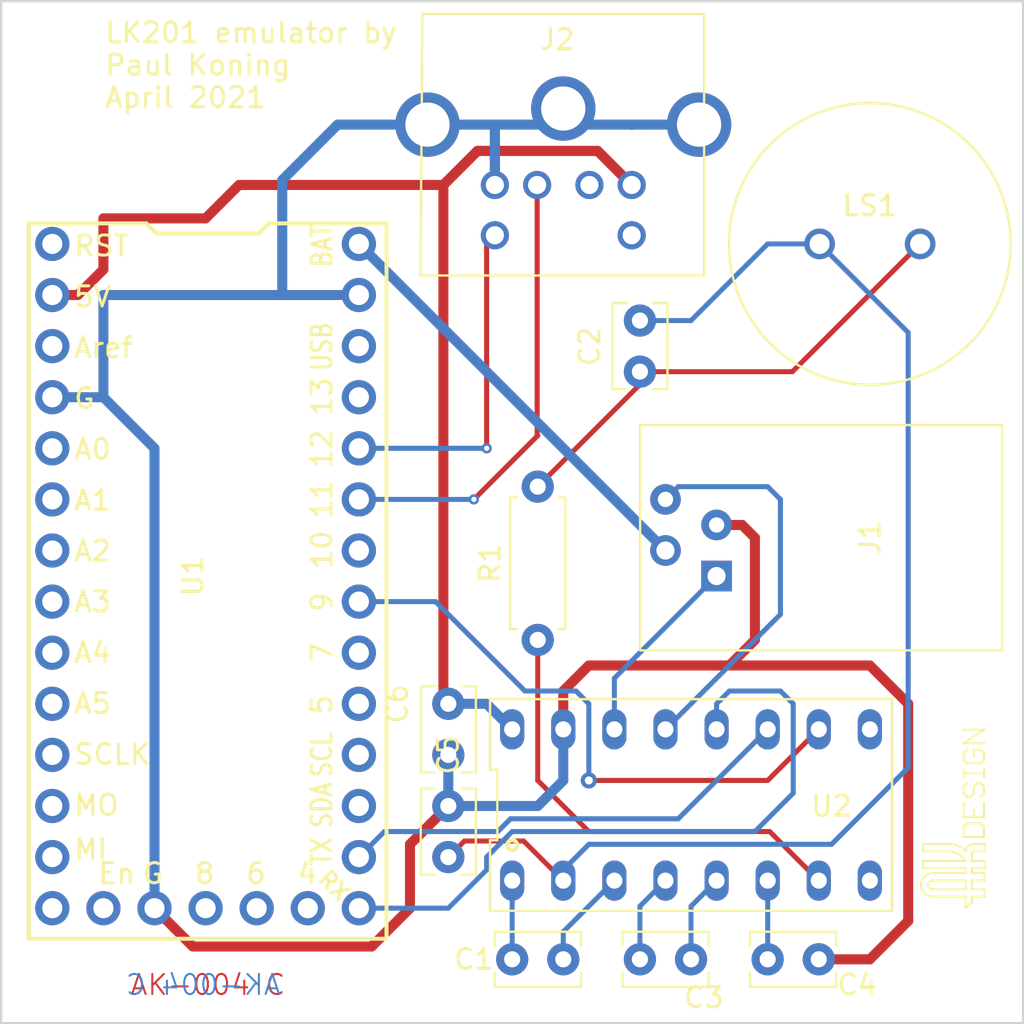
<source format=kicad_pcb>
(kicad_pcb (version 20171130) (host pcbnew "(5.1.9-0-10_14)")

  (general
    (thickness 1.6)
    (drawings 7)
    (tracks 130)
    (zones 0)
    (modules 17)
    (nets 45)
  )

  (page A4)
  (layers
    (0 F.Cu signal)
    (31 B.Cu signal)
    (32 B.Adhes user)
    (33 F.Adhes user)
    (34 B.Paste user)
    (35 F.Paste user)
    (36 B.SilkS user)
    (37 F.SilkS user)
    (38 B.Mask user)
    (39 F.Mask user)
    (40 Dwgs.User user hide)
    (41 Cmts.User user hide)
    (42 Eco1.User user hide)
    (43 Eco2.User user hide)
    (44 Edge.Cuts user)
    (45 Margin user)
    (46 B.CrtYd user hide)
    (47 F.CrtYd user hide)
    (48 B.Fab user hide)
    (49 F.Fab user hide)
  )

  (setup
    (last_trace_width 0.1524)
    (user_trace_width 0.254)
    (user_trace_width 0.508)
    (trace_clearance 0.254)
    (zone_clearance 0.508)
    (zone_45_only no)
    (trace_min 0.1524)
    (via_size 0.508)
    (via_drill 0.254)
    (via_min_size 0.508)
    (via_min_drill 0.254)
    (uvia_size 0.508)
    (uvia_drill 0.254)
    (uvias_allowed no)
    (uvia_min_size 0.508)
    (uvia_min_drill 0.254)
    (edge_width 0.05)
    (segment_width 0.2)
    (pcb_text_width 0.3)
    (pcb_text_size 1.5 1.5)
    (mod_edge_width 0.12)
    (mod_text_size 1 1)
    (mod_text_width 0.15)
    (pad_size 2.2 2.2)
    (pad_drill 2.2)
    (pad_to_mask_clearance 0.0508)
    (aux_axis_origin 0 0)
    (visible_elements FFFFFF7F)
    (pcbplotparams
      (layerselection 0x010f0_ffffffff)
      (usegerberextensions false)
      (usegerberattributes false)
      (usegerberadvancedattributes false)
      (creategerberjobfile false)
      (excludeedgelayer true)
      (linewidth 0.100000)
      (plotframeref false)
      (viasonmask false)
      (mode 1)
      (useauxorigin false)
      (hpglpennumber 1)
      (hpglpenspeed 20)
      (hpglpendiameter 15.000000)
      (psnegative false)
      (psa4output false)
      (plotreference true)
      (plotvalue true)
      (plotinvisibletext false)
      (padsonsilk false)
      (subtractmaskfromsilk false)
      (outputformat 1)
      (mirror false)
      (drillshape 0)
      (scaleselection 1)
      (outputdirectory ""))
  )

  (net 0 "")
  (net 1 GND)
  (net 2 "Net-(C3-Pad2)")
  (net 3 "Net-(C4-Pad2)")
  (net 4 "Net-(J1-Pad4)")
  (net 5 /V12)
  (net 6 "Net-(J1-Pad1)")
  (net 7 "Net-(U2-Pad9)")
  (net 8 /V5)
  (net 9 "Net-(C3-Pad1)")
  (net 10 "Net-(R1-Pad1)")
  (net 11 "Net-(C1-Pad2)")
  (net 12 "Net-(C1-Pad1)")
  (net 13 /VS+)
  (net 14 "Net-(C2-Pad1)")
  (net 15 "Net-(J2-Pad5)")
  (net 16 "Net-(J2-Pad6)")
  (net 17 "Net-(J2-Pad2)")
  (net 18 "Net-(J2-Pad1)")
  (net 19 "Net-(U1-Pad31)")
  (net 20 "Net-(U1-Pad30)")
  (net 21 "Net-(U1-Pad27)")
  (net 22 "Net-(U1-Pad26)")
  (net 23 "Net-(U1-Pad25)")
  (net 24 "Net-(U1-Pad24)")
  (net 25 "Net-(U1-Pad23)")
  (net 26 "Net-(U1-Pad22)")
  (net 27 "Net-(U1-Pad21)")
  (net 28 "Net-(U1-Pad20)")
  (net 29 "Net-(U1-Pad19)")
  (net 30 "Net-(U1-Pad18)")
  (net 31 "Net-(U1-Pad17)")
  (net 32 "Net-(U1-Pad14)")
  (net 33 "Net-(U1-Pad13)")
  (net 34 "Net-(U1-Pad12)")
  (net 35 "Net-(U1-Pad11)")
  (net 36 "Net-(U1-Pad10)")
  (net 37 "Net-(U1-Pad9)")
  (net 38 "Net-(U1-Pad8)")
  (net 39 "Net-(U1-Pad7)")
  (net 40 "Net-(U1-Pad6)")
  (net 41 "Net-(U1-Pad5)")
  (net 42 "Net-(U1-Pad3)")
  (net 43 "Net-(U1-Pad1)")
  (net 44 "Net-(U2-Pad8)")

  (net_class Default "This is the default net class."
    (clearance 0.254)
    (trace_width 0.1524)
    (via_dia 0.508)
    (via_drill 0.254)
    (uvia_dia 0.508)
    (uvia_drill 0.254)
    (diff_pair_width 0.1524)
    (diff_pair_gap 0.254)
    (add_net /V12)
    (add_net /V5)
    (add_net /VS+)
    (add_net GND)
    (add_net "Net-(C1-Pad1)")
    (add_net "Net-(C1-Pad2)")
    (add_net "Net-(C2-Pad1)")
    (add_net "Net-(C3-Pad1)")
    (add_net "Net-(C3-Pad2)")
    (add_net "Net-(C4-Pad2)")
    (add_net "Net-(J1-Pad1)")
    (add_net "Net-(J1-Pad4)")
    (add_net "Net-(J2-Pad1)")
    (add_net "Net-(J2-Pad2)")
    (add_net "Net-(J2-Pad5)")
    (add_net "Net-(J2-Pad6)")
    (add_net "Net-(R1-Pad1)")
    (add_net "Net-(U1-Pad1)")
    (add_net "Net-(U1-Pad10)")
    (add_net "Net-(U1-Pad11)")
    (add_net "Net-(U1-Pad12)")
    (add_net "Net-(U1-Pad13)")
    (add_net "Net-(U1-Pad14)")
    (add_net "Net-(U1-Pad17)")
    (add_net "Net-(U1-Pad18)")
    (add_net "Net-(U1-Pad19)")
    (add_net "Net-(U1-Pad20)")
    (add_net "Net-(U1-Pad21)")
    (add_net "Net-(U1-Pad22)")
    (add_net "Net-(U1-Pad23)")
    (add_net "Net-(U1-Pad24)")
    (add_net "Net-(U1-Pad25)")
    (add_net "Net-(U1-Pad26)")
    (add_net "Net-(U1-Pad27)")
    (add_net "Net-(U1-Pad3)")
    (add_net "Net-(U1-Pad30)")
    (add_net "Net-(U1-Pad31)")
    (add_net "Net-(U1-Pad5)")
    (add_net "Net-(U1-Pad6)")
    (add_net "Net-(U1-Pad7)")
    (add_net "Net-(U1-Pad8)")
    (add_net "Net-(U1-Pad9)")
    (add_net "Net-(U2-Pad8)")
    (add_net "Net-(U2-Pad9)")
  )

  (module lk201_parts:MDJ-006 (layer F.Cu) (tedit 603C0CA2) (tstamp 5FEE217B)
    (at 27.94 -50.165 180)
    (path /5FED8A8F)
    (fp_text reference J2 (at 0.3 -1.27) (layer F.SilkS)
      (effects (font (size 1 1) (thickness 0.15)))
    )
    (fp_text value Mini-DIN-6 (at 0 -1.1) (layer F.Fab)
      (effects (font (size 1 1) (thickness 0.15)))
    )
    (fp_line (start -7 -13) (end -7 0) (layer F.SilkS) (width 0.12))
    (fp_line (start 7.1 -13) (end -7 -13) (layer F.SilkS) (width 0.12))
    (fp_line (start 7 0) (end 7.1 -13) (layer F.SilkS) (width 0.12))
    (fp_line (start -7 0) (end 7 0) (layer F.SilkS) (width 0.12))
    (pad 6 thru_hole circle (at -3.4 -11 180) (size 1.4 1.4) (drill 0.9) (layers *.Cu *.Mask)
      (net 16 "Net-(J2-Pad6)"))
    (pad 5 thru_hole circle (at 3.4 -11 180) (size 1.4 1.4) (drill 0.9) (layers *.Cu *.Mask)
      (net 15 "Net-(J2-Pad5)"))
    (pad 3 thru_hole circle (at 3.4 -8.5 180) (size 1.4 1.4) (drill 0.9) (layers *.Cu *.Mask)
      (net 1 GND))
    (pad 4 thru_hole circle (at -3.4 -8.5 180) (size 1.4 1.4) (drill 0.9) (layers *.Cu *.Mask)
      (net 8 /V5))
    (pad 2 thru_hole circle (at -1.3 -8.5 180) (size 1.4 1.4) (drill 0.9) (layers *.Cu *.Mask)
      (net 17 "Net-(J2-Pad2)"))
    (pad 1 thru_hole circle (at 1.3 -8.5 180) (size 1.4 1.4) (drill 0.9) (layers *.Cu *.Mask)
      (net 18 "Net-(J2-Pad1)"))
    (pad SH thru_hole circle (at -6.75 -5.5 180) (size 3.2 3.2) (drill 2.2) (layers *.Cu *.Mask)
      (net 1 GND))
    (pad SH thru_hole circle (at 6.75 -5.5 180) (size 3.2 3.2) (drill 2.2) (layers *.Cu *.Mask)
      (net 1 GND))
    (pad SH thru_hole circle (at 0 -4.7 180) (size 3.2 3.2) (drill 2.2) (layers *.Cu *.Mask)
      (net 1 GND))
    (model ${KIPRJMOD}/../lk201_parts/MDJ-00x.step
      (offset (xyz -7 0 0))
      (scale (xyz 1 1 1))
      (rotate (xyz 0 0 0))
    )
  )

  (module lk201_parts:Itsy (layer F.Cu) (tedit 5FEF9B3B) (tstamp 5FEE4C7C)
    (at 2.54 -38.735 270)
    (path /5FEEAD04)
    (fp_text reference U1 (at 16.51 -6.985 90) (layer F.SilkS)
      (effects (font (size 1 1) (thickness 0.15)))
    )
    (fp_text value Itsy_Bitsy_5V (at 16.51 -8.89 90) (layer F.Fab)
      (effects (font (size 1 1) (thickness 0.15)))
    )
    (fp_line (start -1.02 -4.6756) (end -1.02 1.1664) (layer F.SilkS) (width 0.2))
    (fp_line (start -1.02 1.1664) (end 34.54 1.1664) (layer F.SilkS) (width 0.2))
    (fp_line (start 34.54 1.1664) (end 34.54 -16.6136) (layer F.SilkS) (width 0.2))
    (fp_line (start 34.54 -16.6136) (end -1.02 -16.6136) (layer F.SilkS) (width 0.2))
    (fp_line (start -1.02 -16.6136) (end -1.02 -10.7716) (layer F.SilkS) (width 0.2))
    (fp_line (start -1.02 -10.7716) (end -0.512 -10.2636) (layer F.SilkS) (width 0.2))
    (fp_line (start -0.512 -10.2636) (end -0.512 -5.1836) (layer F.SilkS) (width 0.2))
    (fp_line (start -0.512 -5.1836) (end -1.02 -4.6756) (layer F.SilkS) (width 0.2))
    (fp_text user RX (at 31.9 -14 135) (layer F.SilkS)
      (effects (font (size 0.8 0.8) (thickness 0.15)))
    )
    (fp_text user BAT (at 0.1 -13.4 90) (layer F.SilkS)
      (effects (font (size 1 0.8) (thickness 0.15)))
    )
    (fp_text user TX (at 30.2 -13.4 90) (layer F.SilkS)
      (effects (font (size 1 0.8) (thickness 0.15)))
    )
    (fp_text user SDA (at 27.9 -13.4 90) (layer F.SilkS)
      (effects (font (size 1 0.8) (thickness 0.15)))
    )
    (fp_text user SCL (at 25.4 -13.4 90) (layer F.SilkS)
      (effects (font (size 1 0.8) (thickness 0.15)))
    )
    (fp_text user 5 (at 22.9 -13.4 90) (layer F.SilkS)
      (effects (font (size 1 1) (thickness 0.15)))
    )
    (fp_text user 7 (at 20.3 -13.4 90) (layer F.SilkS)
      (effects (font (size 1 1) (thickness 0.15)))
    )
    (fp_text user 9 (at 17.8 -13.4 90) (layer F.SilkS)
      (effects (font (size 1 1) (thickness 0.15)))
    )
    (fp_text user 10 (at 15.2 -13.4 90) (layer F.SilkS)
      (effects (font (size 1 1) (thickness 0.15)))
    )
    (fp_text user 11 (at 12.7 -13.4 90) (layer F.SilkS)
      (effects (font (size 1 1) (thickness 0.15)))
    )
    (fp_text user 12 (at 10.2 -13.4 90) (layer F.SilkS)
      (effects (font (size 1 1) (thickness 0.15)))
    )
    (fp_text user 13 (at 7.6 -13.4 90) (layer F.SilkS)
      (effects (font (size 1 1) (thickness 0.15)))
    )
    (fp_text user USB (at 5.1 -13.4 90) (layer F.SilkS)
      (effects (font (size 1 0.8) (thickness 0.15)))
    )
    (fp_text user G (at 7.681816 -1) (layer F.SilkS)
      (effects (font (size 1 1) (thickness 0.15)) (justify left))
    )
    (fp_text user 4 (at 31.3 -12.1) (layer F.SilkS)
      (effects (font (size 1 1) (thickness 0.15)) (justify left))
    )
    (fp_text user 6 (at 31.3 -9.549207) (layer F.SilkS)
      (effects (font (size 1 1) (thickness 0.15)) (justify left))
    )
    (fp_text user 8 (at 31.3 -6.998414) (layer F.SilkS)
      (effects (font (size 1 1) (thickness 0.15)) (justify left))
    )
    (fp_text user G (at 31.3 -4.4) (layer F.SilkS)
      (effects (font (size 1 1) (thickness 0.15)) (justify left))
    )
    (fp_text user En (at 31.3 -2.2) (layer F.SilkS)
      (effects (font (size 1 1) (thickness 0.15)) (justify left))
    )
    (fp_text user MI (at 30.1 -1) (layer F.SilkS)
      (effects (font (size 1 1) (thickness 0.15)) (justify left))
    )
    (fp_text user MO (at 27.9 -1) (layer F.SilkS)
      (effects (font (size 1 1) (thickness 0.15)) (justify left))
    )
    (fp_text user SCLK (at 25.37272 -1) (layer F.SilkS)
      (effects (font (size 1 1) (thickness 0.15)) (justify left))
    )
    (fp_text user A5 (at 22.845448 -1) (layer F.SilkS)
      (effects (font (size 1 1) (thickness 0.15)) (justify left))
    )
    (fp_text user A4 (at 20.318176 -1) (layer F.SilkS)
      (effects (font (size 1 1) (thickness 0.15)) (justify left))
    )
    (fp_text user A3 (at 17.790904 -1) (layer F.SilkS)
      (effects (font (size 1 1) (thickness 0.15)) (justify left))
    )
    (fp_text user A2 (at 15.263632 -1) (layer F.SilkS)
      (effects (font (size 1 1) (thickness 0.15)) (justify left))
    )
    (fp_text user A1 (at 12.73636 -1) (layer F.SilkS)
      (effects (font (size 1 1) (thickness 0.15)) (justify left))
    )
    (fp_text user A0 (at 10.209088 -1) (layer F.SilkS)
      (effects (font (size 1 1) (thickness 0.15)) (justify left))
    )
    (fp_text user RST (at 0.1 -1) (layer F.SilkS)
      (effects (font (size 1 1) (thickness 0.15)) (justify left))
    )
    (fp_text user 5V (at 2.627272 -1) (layer F.SilkS)
      (effects (font (size 1 1) (thickness 0.15)) (justify left))
    )
    (fp_text user Aref (at 5.154544 -1) (layer F.SilkS)
      (effects (font (size 1 1) (thickness 0.15)) (justify left))
    )
    (fp_text user G (at 7.681816 -1) (layer F.SilkS)
      (effects (font (size 1 1) (thickness 0.15)) (justify left))
    )
    (pad 1 thru_hole circle (at 0 0 270) (size 1.7 1.7) (drill 1) (layers *.Cu *.Mask)
      (net 43 "Net-(U1-Pad1)"))
    (pad 2 thru_hole circle (at 2.54 0 270) (size 1.7 1.7) (drill 1) (layers *.Cu *.Mask)
      (net 8 /V5))
    (pad 3 thru_hole circle (at 5.08 0 270) (size 1.7 1.7) (drill 1) (layers *.Cu *.Mask)
      (net 42 "Net-(U1-Pad3)"))
    (pad 4 thru_hole circle (at 7.62 0 270) (size 1.7 1.7) (drill 1) (layers *.Cu *.Mask)
      (net 1 GND))
    (pad 5 thru_hole circle (at 10.16 0 270) (size 1.7 1.7) (drill 1) (layers *.Cu *.Mask)
      (net 41 "Net-(U1-Pad5)"))
    (pad 6 thru_hole circle (at 12.7 0 270) (size 1.7 1.7) (drill 1) (layers *.Cu *.Mask)
      (net 40 "Net-(U1-Pad6)"))
    (pad 7 thru_hole circle (at 15.24 0 270) (size 1.7 1.7) (drill 1) (layers *.Cu *.Mask)
      (net 39 "Net-(U1-Pad7)"))
    (pad 8 thru_hole circle (at 17.78 0 270) (size 1.7 1.7) (drill 1) (layers *.Cu *.Mask)
      (net 38 "Net-(U1-Pad8)"))
    (pad 9 thru_hole circle (at 20.32 0 270) (size 1.7 1.7) (drill 1) (layers *.Cu *.Mask)
      (net 37 "Net-(U1-Pad9)"))
    (pad 10 thru_hole circle (at 22.86 0 270) (size 1.7 1.7) (drill 1) (layers *.Cu *.Mask)
      (net 36 "Net-(U1-Pad10)"))
    (pad 11 thru_hole circle (at 25.4 0 270) (size 1.7 1.7) (drill 1) (layers *.Cu *.Mask)
      (net 35 "Net-(U1-Pad11)"))
    (pad 12 thru_hole circle (at 27.94 0 270) (size 1.7 1.7) (drill 1) (layers *.Cu *.Mask)
      (net 34 "Net-(U1-Pad12)"))
    (pad 13 thru_hole circle (at 30.48 0 270) (size 1.7 1.7) (drill 1) (layers *.Cu *.Mask)
      (net 33 "Net-(U1-Pad13)"))
    (pad 14 thru_hole circle (at 33.02 0 270) (size 1.7 1.7) (drill 1) (layers *.Cu *.Mask)
      (net 32 "Net-(U1-Pad14)"))
    (pad 15 thru_hole circle (at 33.02 -2.54 270) (size 1.7 1.7) (drill 1) (layers *.Cu *.Mask))
    (pad 16 thru_hole circle (at 33.02 -5.08 270) (size 1.7 1.7) (drill 1) (layers *.Cu *.Mask)
      (net 1 GND))
    (pad 17 thru_hole circle (at 33.02 -7.62 270) (size 1.7 1.7) (drill 1) (layers *.Cu *.Mask)
      (net 31 "Net-(U1-Pad17)"))
    (pad 18 thru_hole circle (at 33.02 -10.16 270) (size 1.7 1.7) (drill 1) (layers *.Cu *.Mask)
      (net 30 "Net-(U1-Pad18)"))
    (pad 19 thru_hole circle (at 33.02 -12.7 270) (size 1.7 1.7) (drill 1) (layers *.Cu *.Mask)
      (net 29 "Net-(U1-Pad19)"))
    (pad 20 thru_hole circle (at 33.02 -15.24 270) (size 1.7 1.7) (drill 1) (layers *.Cu *.Mask)
      (net 28 "Net-(U1-Pad20)"))
    (pad 21 thru_hole circle (at 30.48 -15.24 270) (size 1.7 1.7) (drill 1) (layers *.Cu *.Mask)
      (net 27 "Net-(U1-Pad21)"))
    (pad 22 thru_hole circle (at 27.94 -15.24 270) (size 1.7 1.7) (drill 1) (layers *.Cu *.Mask)
      (net 26 "Net-(U1-Pad22)"))
    (pad 23 thru_hole circle (at 25.4 -15.24 270) (size 1.7 1.7) (drill 1) (layers *.Cu *.Mask)
      (net 25 "Net-(U1-Pad23)"))
    (pad 24 thru_hole circle (at 22.86 -15.24 270) (size 1.7 1.7) (drill 1) (layers *.Cu *.Mask)
      (net 24 "Net-(U1-Pad24)"))
    (pad 25 thru_hole circle (at 20.32 -15.24 270) (size 1.7 1.7) (drill 1) (layers *.Cu *.Mask)
      (net 23 "Net-(U1-Pad25)"))
    (pad 26 thru_hole circle (at 17.78 -15.24 270) (size 1.7 1.7) (drill 1) (layers *.Cu *.Mask)
      (net 22 "Net-(U1-Pad26)"))
    (pad 27 thru_hole circle (at 15.24 -15.24 270) (size 1.7 1.7) (drill 1) (layers *.Cu *.Mask)
      (net 21 "Net-(U1-Pad27)"))
    (pad 28 thru_hole circle (at 12.7 -15.24 270) (size 1.7 1.7) (drill 1) (layers *.Cu *.Mask)
      (net 18 "Net-(J2-Pad1)"))
    (pad 29 thru_hole circle (at 10.16 -15.24 270) (size 1.7 1.7) (drill 1) (layers *.Cu *.Mask)
      (net 15 "Net-(J2-Pad5)"))
    (pad 30 thru_hole circle (at 7.62 -15.24 270) (size 1.7 1.7) (drill 1) (layers *.Cu *.Mask)
      (net 20 "Net-(U1-Pad30)"))
    (pad 31 thru_hole circle (at 5.08 -15.24 270) (size 1.7 1.7) (drill 1) (layers *.Cu *.Mask)
      (net 19 "Net-(U1-Pad31)"))
    (pad 32 thru_hole circle (at 2.54 -15.24 270) (size 1.7 1.7) (drill 1) (layers *.Cu *.Mask)
      (net 1 GND))
    (pad 33 thru_hole circle (at 0 -15.24 270) (size 1.7 1.7) (drill 1) (layers *.Cu *.Mask)
      (net 5 /V12))
    (model :USER3DMOD:Itsy.step
      (offset (xyz -132.1 112.6 2.5))
      (scale (xyz 1 1 1))
      (rotate (xyz 0 0 0))
    )
  )

  (module lk201_parts:RJ22 (layer F.Cu) (tedit 5FEF9014) (tstamp 5EC41E36)
    (at 41.91 -24.13 90)
    (path /5EC34B84)
    (fp_text reference J1 (at 0 1.27 90) (layer F.SilkS)
      (effects (font (size 1 1) (thickness 0.15)))
    )
    (fp_text value RJ22 (at 0 -0.5 90) (layer F.Fab)
      (effects (font (size 1 1) (thickness 0.15)))
    )
    (fp_line (start -5.6 7.85) (end -5.6 -10.15) (layer F.SilkS) (width 0.12))
    (fp_line (start 5.6 -10.15) (end -5.6 -10.15) (layer F.SilkS) (width 0.12))
    (fp_line (start 5.6 7.85) (end 5.6 -10.15) (layer F.SilkS) (width 0.12))
    (fp_line (start -5.6 7.85) (end 5.6 7.85) (layer F.SilkS) (width 0.12))
    (pad 1 thru_hole rect (at -1.905 -6.35 90) (size 1.524 1.524) (drill 0.9) (layers *.Cu *.Mask)
      (net 6 "Net-(J1-Pad1)"))
    (pad 2 thru_hole circle (at -0.635 -8.89 90) (size 1.524 1.524) (drill 0.9) (layers *.Cu *.Mask)
      (net 5 /V12))
    (pad 3 thru_hole circle (at 0.635 -6.35 90) (size 1.524 1.524) (drill 0.762) (layers *.Cu *.Mask)
      (net 1 GND))
    (pad 4 thru_hole circle (at 1.905 -8.89 90) (size 1.524 1.524) (drill 0.762) (layers *.Cu *.Mask)
      (net 4 "Net-(J1-Pad4)"))
    (pad "" np_thru_hole circle (at 3.81 0 90) (size 3.2 3.2) (drill 3.2) (layers *.Mask F.Cu))
    (pad "" np_thru_hole circle (at -3.81 0 90) (size 3.2 3.2) (drill 3.2) (layers *.Mask F.Cu))
    (model ${KIPRJMOD}/../lk201_parts/modular_jack_a-20040.step
      (offset (xyz 0 -10.5 1.2))
      (scale (xyz 1 1 1))
      (rotate (xyz 90 180 180))
    )
  )

  (module lk201_parts:MountingHole_2.2mm_M2 (layer F.Cu) (tedit 56D1B4CB) (tstamp 5FEE62CC)
    (at 48.26 -2.54)
    (descr "Mounting Hole 2.2mm, no annular, M2")
    (tags "mounting hole 2.2mm no annular m2")
    (attr virtual)
    (fp_text reference REF** (at 0 -4.2) (layer F.SilkS) hide
      (effects (font (size 1 1) (thickness 0.15)))
    )
    (fp_text value MountingHole_2.2mm_M2 (at 0 4.2) (layer F.Fab) hide
      (effects (font (size 1 1) (thickness 0.15)))
    )
    (fp_circle (center 0 0) (end 2.2 0) (layer Cmts.User) (width 0.15))
    (fp_circle (center 0 0) (end 2.45 0) (layer F.CrtYd) (width 0.05))
    (fp_text user %R (at 0.3 0) (layer F.Fab) hide
      (effects (font (size 1 1) (thickness 0.15)))
    )
    (pad 1 np_thru_hole circle (at 0 0) (size 2.2 2.2) (drill 2.2) (layers *.Cu *.Mask))
  )

  (module lk201_parts:PS1420_buzzer (layer F.Cu) (tedit 5EC6900F) (tstamp 5FEE53FC)
    (at 43.18 -38.735)
    (path /5EC38E19)
    (fp_text reference LS1 (at 0 -1.905 180) (layer F.SilkS)
      (effects (font (size 1 1) (thickness 0.15)))
    )
    (fp_text value PS1420 (at 0 -1.905 180) (layer F.Fab)
      (effects (font (size 1 1) (thickness 0.15)))
    )
    (fp_circle (center 0 0) (end 7 0) (layer F.SilkS) (width 0.12))
    (pad 1 thru_hole circle (at 2.5 0) (size 1.524 1.524) (drill 1) (layers *.Cu *.Mask)
      (net 14 "Net-(C2-Pad1)"))
    (pad 2 thru_hole circle (at -2.5 0) (size 1.524 1.524) (drill 1) (layers *.Cu *.Mask)
      (net 13 /VS+))
    (model ${KISYS3DMOD}/Buzzer_Beeper.3dshapes/Buzzer_15x7.5RM7.6.step
      (offset (xyz -3.6 0 0))
      (scale (xyz 0.93 0.93 1.1))
      (rotate (xyz 0 0 0))
    )
  )

  (module lk201_parts:DIP-16_296_ELL (layer F.Cu) (tedit 5EC68F95) (tstamp 5FEE51EF)
    (at 34.29 -10.845)
    (path /5EC32F48)
    (fp_text reference U2 (at 6.985 0.05 -180) (layer F.SilkS)
      (effects (font (size 1 1) (thickness 0.15)))
    )
    (fp_text value ICL3232CPZ (at 0 0 180) (layer F.Fab)
      (effects (font (size 1 1) (thickness 0.15)))
    )
    (fp_line (start -9.99 5.259999) (end 9.99 5.26) (layer F.SilkS) (width 0.12))
    (fp_line (start 9.99 5.26) (end 9.99 -5.259999) (layer F.SilkS) (width 0.12))
    (fp_line (start 9.99 -5.259999) (end -9.99 -5.26) (layer F.SilkS) (width 0.12))
    (fp_line (start -9.99 -5.26) (end -9.99 -1.753333) (layer F.SilkS) (width 0.12))
    (fp_line (start -9.99 -1.753333) (end -9.63 -1.753333) (layer F.SilkS) (width 0.12))
    (fp_line (start -9.63 -1.753333) (end -9.63 1.753333) (layer F.SilkS) (width 0.12))
    (fp_line (start -9.63 1.753333) (end -9.99 1.753333) (layer F.SilkS) (width 0.12))
    (fp_line (start -9.99 1.753333) (end -9.99 5.259999) (layer F.SilkS) (width 0.12))
    (fp_line (start -9.74 -5.01) (end 9.74 -5.01) (layer F.CrtYd) (width 0.05))
    (fp_line (start 9.74 -5.01) (end 9.74 5.01) (layer F.CrtYd) (width 0.05))
    (fp_line (start 9.74 5.01) (end -9.74 5.01) (layer F.CrtYd) (width 0.05))
    (fp_line (start -9.74 5.01) (end -9.74 -5.01) (layer F.CrtYd) (width 0.05))
    (fp_circle (center -8.89 2) (end -8.636 2) (layer F.SilkS) (width 0.2))
    (pad 16 thru_hole oval (at -8.89 -3.76) (size 1.2 2) (drill 0.8) (layers *.Cu *.Mask)
      (net 8 /V5))
    (pad 1 thru_hole oval (at -8.89 3.76) (size 1.2 2) (drill 0.8) (layers *.Cu *.Mask)
      (net 12 "Net-(C1-Pad1)"))
    (pad 15 thru_hole oval (at -6.35 -3.76) (size 1.2 2) (drill 0.8) (layers *.Cu *.Mask)
      (net 1 GND))
    (pad 2 thru_hole oval (at -6.35 3.76) (size 1.2 2) (drill 0.8) (layers *.Cu *.Mask)
      (net 13 /VS+))
    (pad 14 thru_hole oval (at -3.81 -3.76) (size 1.2 2) (drill 0.8) (layers *.Cu *.Mask)
      (net 6 "Net-(J1-Pad1)"))
    (pad 3 thru_hole oval (at -3.81 3.76) (size 1.2 2) (drill 0.8) (layers *.Cu *.Mask)
      (net 11 "Net-(C1-Pad2)"))
    (pad 13 thru_hole oval (at -1.27 -3.76) (size 1.2 2) (drill 0.8) (layers *.Cu *.Mask)
      (net 4 "Net-(J1-Pad4)"))
    (pad 4 thru_hole oval (at -1.27 3.76) (size 1.2 2) (drill 0.8) (layers *.Cu *.Mask)
      (net 9 "Net-(C3-Pad1)"))
    (pad 12 thru_hole oval (at 1.27 -3.76) (size 1.2 2) (drill 0.8) (layers *.Cu *.Mask)
      (net 28 "Net-(U1-Pad20)"))
    (pad 5 thru_hole oval (at 1.27 3.76) (size 1.2 2) (drill 0.8) (layers *.Cu *.Mask)
      (net 2 "Net-(C3-Pad2)"))
    (pad 11 thru_hole oval (at 3.81 -3.76) (size 1.2 2) (drill 0.8) (layers *.Cu *.Mask)
      (net 27 "Net-(U1-Pad21)"))
    (pad 6 thru_hole oval (at 3.81 3.76) (size 1.2 2) (drill 0.8) (layers *.Cu *.Mask)
      (net 3 "Net-(C4-Pad2)"))
    (pad 10 thru_hole oval (at 6.35 -3.76) (size 1.2 2) (drill 0.8) (layers *.Cu *.Mask)
      (net 22 "Net-(U1-Pad26)"))
    (pad 7 thru_hole oval (at 6.35 3.76) (size 1.2 2) (drill 0.8) (layers *.Cu *.Mask)
      (net 10 "Net-(R1-Pad1)"))
    (pad 9 thru_hole oval (at 8.89 -3.76) (size 1.2 2) (drill 0.8) (layers *.Cu *.Mask)
      (net 7 "Net-(U2-Pad9)"))
    (pad 8 thru_hole oval (at 8.89 3.76) (size 1.2 2) (drill 0.8) (layers *.Cu *.Mask)
      (net 44 "Net-(U2-Pad8)"))
    (model ${KISYS3DMOD}/Package_DIP.3dshapes/DIP-16_W7.62mm.step
      (offset (xyz 8.890000000000001 3.81 0))
      (scale (xyz 1 1 1))
      (rotate (xyz 0 0 90))
    )
  )

  (module lk201_parts:R_Axial_DIN0207_L6.3mm_D2.5mm_P7.62mm_Horizontal (layer F.Cu) (tedit 5AE5139B) (tstamp 5FEF8A8D)
    (at 26.67 -19.05 90)
    (descr "Resistor, Axial_DIN0207 series, Axial, Horizontal, pin pitch=7.62mm, 0.25W = 1/4W, length*diameter=6.3*2.5mm^2, http://cdn-reichelt.de/documents/datenblatt/B400/1_4W%23YAG.pdf")
    (tags "Resistor Axial_DIN0207 series Axial Horizontal pin pitch 7.62mm 0.25W = 1/4W length 6.3mm diameter 2.5mm")
    (path /5FED5C13)
    (fp_text reference R1 (at 3.81 -2.37 90) (layer F.SilkS)
      (effects (font (size 1 1) (thickness 0.15)))
    )
    (fp_text value 3.3k (at 3.81 2.37 90) (layer F.Fab)
      (effects (font (size 1 1) (thickness 0.15)))
    )
    (fp_line (start 8.67 -1.5) (end -1.05 -1.5) (layer F.CrtYd) (width 0.05))
    (fp_line (start 8.67 1.5) (end 8.67 -1.5) (layer F.CrtYd) (width 0.05))
    (fp_line (start -1.05 1.5) (end 8.67 1.5) (layer F.CrtYd) (width 0.05))
    (fp_line (start -1.05 -1.5) (end -1.05 1.5) (layer F.CrtYd) (width 0.05))
    (fp_line (start 7.08 1.37) (end 7.08 1.04) (layer F.SilkS) (width 0.12))
    (fp_line (start 0.54 1.37) (end 7.08 1.37) (layer F.SilkS) (width 0.12))
    (fp_line (start 0.54 1.04) (end 0.54 1.37) (layer F.SilkS) (width 0.12))
    (fp_line (start 7.08 -1.37) (end 7.08 -1.04) (layer F.SilkS) (width 0.12))
    (fp_line (start 0.54 -1.37) (end 7.08 -1.37) (layer F.SilkS) (width 0.12))
    (fp_line (start 0.54 -1.04) (end 0.54 -1.37) (layer F.SilkS) (width 0.12))
    (fp_line (start 7.62 0) (end 6.96 0) (layer F.Fab) (width 0.1))
    (fp_line (start 0 0) (end 0.66 0) (layer F.Fab) (width 0.1))
    (fp_line (start 6.96 -1.25) (end 0.66 -1.25) (layer F.Fab) (width 0.1))
    (fp_line (start 6.96 1.25) (end 6.96 -1.25) (layer F.Fab) (width 0.1))
    (fp_line (start 0.66 1.25) (end 6.96 1.25) (layer F.Fab) (width 0.1))
    (fp_line (start 0.66 -1.25) (end 0.66 1.25) (layer F.Fab) (width 0.1))
    (fp_text user %R (at 3.81 0 90) (layer F.Fab)
      (effects (font (size 1 1) (thickness 0.15)))
    )
    (pad 2 thru_hole oval (at 7.62 0 90) (size 1.6 1.6) (drill 0.8) (layers *.Cu *.Mask)
      (net 14 "Net-(C2-Pad1)"))
    (pad 1 thru_hole circle (at 0 0 90) (size 1.6 1.6) (drill 0.8) (layers *.Cu *.Mask)
      (net 10 "Net-(R1-Pad1)"))
    (model ${KISYS3DMOD}/Resistor_THT.3dshapes/R_Axial_DIN0207_L6.3mm_D2.5mm_P7.62mm_Horizontal.wrl
      (at (xyz 0 0 0))
      (scale (xyz 1 1 1))
      (rotate (xyz 0 0 0))
    )
  )

  (module lk201_parts:C_Rect_L4.0mm_W2.5mm_P2.54mm (layer F.Cu) (tedit 5FECF770) (tstamp 5EC41E28)
    (at 22.225 -15.875 270)
    (descr "C, Rect series, Radial, pin pitch=2.50mm, , length*width=4*2.5mm^2, Capacitor")
    (tags "C Rect series Radial pin pitch 2.50mm  length 4mm width 2.5mm Capacitor")
    (path /5EC4C92F)
    (fp_text reference C6 (at 0 2.54 90) (layer F.SilkS)
      (effects (font (size 1 1) (thickness 0.15)))
    )
    (fp_text value 0.1uF (at 1.25 2.5 90) (layer F.Fab)
      (effects (font (size 1 1) (thickness 0.15)))
    )
    (fp_line (start -0.75 -1.25) (end -0.75 1.25) (layer F.Fab) (width 0.1))
    (fp_line (start -0.75 1.25) (end 3.25 1.25) (layer F.Fab) (width 0.1))
    (fp_line (start 3.29 1.25) (end 3.29 -1.25) (layer F.Fab) (width 0.1))
    (fp_line (start 3.25 -1.25) (end -0.75 -1.25) (layer F.Fab) (width 0.1))
    (fp_line (start -0.87 -1.37) (end 3.41 -1.37) (layer F.SilkS) (width 0.12))
    (fp_line (start -0.87 1.37) (end 3.41 1.37) (layer F.SilkS) (width 0.12))
    (fp_line (start -0.87 -1.37) (end -0.87 -0.665) (layer F.SilkS) (width 0.12))
    (fp_line (start -0.87 0.665) (end -0.87 1.37) (layer F.SilkS) (width 0.12))
    (fp_line (start 3.41 -1.37) (end 3.41 -0.665) (layer F.SilkS) (width 0.12))
    (fp_line (start 3.41 0.665) (end 3.41 1.37) (layer F.SilkS) (width 0.12))
    (fp_line (start -1.05 -1.5) (end -1.05 1.5) (layer F.CrtYd) (width 0.05))
    (fp_line (start -1.05 1.5) (end 3.55 1.5) (layer F.CrtYd) (width 0.05))
    (fp_line (start 3.59 1.5) (end 3.59 -1.5) (layer F.CrtYd) (width 0.05))
    (fp_line (start 3.55 -1.5) (end -1.05 -1.5) (layer F.CrtYd) (width 0.05))
    (fp_text user %R (at 1.25 0 90) (layer F.Fab)
      (effects (font (size 0.8 0.8) (thickness 0.12)))
    )
    (pad 2 thru_hole circle (at 2.54 0 270) (size 1.6 1.6) (drill 0.8) (layers *.Cu *.Mask)
      (net 1 GND))
    (pad 1 thru_hole circle (at 0 0 270) (size 1.6 1.6) (drill 0.8) (layers *.Cu *.Mask)
      (net 8 /V5))
    (model ${KISYS3DMOD}/Capacitor_THT.3dshapes/C_Rect_L4.0mm_W2.5mm_P2.50mm.wrl
      (at (xyz 0 0 0))
      (scale (xyz 1 1 1))
      (rotate (xyz 0 0 0))
    )
  )

  (module lk201_parts:C_Rect_L4.0mm_W2.5mm_P2.54mm (layer F.Cu) (tedit 5FECF770) (tstamp 5EC41E22)
    (at 22.225 -10.795 270)
    (descr "C, Rect series, Radial, pin pitch=2.50mm, , length*width=4*2.5mm^2, Capacitor")
    (tags "C Rect series Radial pin pitch 2.50mm  length 4mm width 2.5mm Capacitor")
    (path /5EC4CB26)
    (fp_text reference C5 (at -2.54 0 90) (layer F.SilkS)
      (effects (font (size 1 1) (thickness 0.15)))
    )
    (fp_text value 0.1uF (at 1.25 2.5 90) (layer F.Fab)
      (effects (font (size 1 1) (thickness 0.15)))
    )
    (fp_line (start -0.75 -1.25) (end -0.75 1.25) (layer F.Fab) (width 0.1))
    (fp_line (start -0.75 1.25) (end 3.25 1.25) (layer F.Fab) (width 0.1))
    (fp_line (start 3.29 1.25) (end 3.29 -1.25) (layer F.Fab) (width 0.1))
    (fp_line (start 3.25 -1.25) (end -0.75 -1.25) (layer F.Fab) (width 0.1))
    (fp_line (start -0.87 -1.37) (end 3.41 -1.37) (layer F.SilkS) (width 0.12))
    (fp_line (start -0.87 1.37) (end 3.41 1.37) (layer F.SilkS) (width 0.12))
    (fp_line (start -0.87 -1.37) (end -0.87 -0.665) (layer F.SilkS) (width 0.12))
    (fp_line (start -0.87 0.665) (end -0.87 1.37) (layer F.SilkS) (width 0.12))
    (fp_line (start 3.41 -1.37) (end 3.41 -0.665) (layer F.SilkS) (width 0.12))
    (fp_line (start 3.41 0.665) (end 3.41 1.37) (layer F.SilkS) (width 0.12))
    (fp_line (start -1.05 -1.5) (end -1.05 1.5) (layer F.CrtYd) (width 0.05))
    (fp_line (start -1.05 1.5) (end 3.55 1.5) (layer F.CrtYd) (width 0.05))
    (fp_line (start 3.59 1.5) (end 3.59 -1.5) (layer F.CrtYd) (width 0.05))
    (fp_line (start 3.55 -1.5) (end -1.05 -1.5) (layer F.CrtYd) (width 0.05))
    (fp_text user %R (at 1.25 0 90) (layer F.Fab)
      (effects (font (size 0.8 0.8) (thickness 0.12)))
    )
    (pad 2 thru_hole circle (at 2.54 0 270) (size 1.6 1.6) (drill 0.8) (layers *.Cu *.Mask)
      (net 13 /VS+))
    (pad 1 thru_hole circle (at 0 0 270) (size 1.6 1.6) (drill 0.8) (layers *.Cu *.Mask)
      (net 1 GND))
    (model ${KISYS3DMOD}/Capacitor_THT.3dshapes/C_Rect_L4.0mm_W2.5mm_P2.50mm.wrl
      (at (xyz 0 0 0))
      (scale (xyz 1 1 1))
      (rotate (xyz 0 0 0))
    )
  )

  (module lk201_parts:C_Rect_L4.0mm_W2.5mm_P2.54mm (layer F.Cu) (tedit 5FECF770) (tstamp 5EC4281A)
    (at 40.64 -3.175 180)
    (descr "C, Rect series, Radial, pin pitch=2.50mm, , length*width=4*2.5mm^2, Capacitor")
    (tags "C Rect series Radial pin pitch 2.50mm  length 4mm width 2.5mm Capacitor")
    (path /5EC4D189)
    (fp_text reference C4 (at -1.905 -1.27) (layer F.SilkS)
      (effects (font (size 1 1) (thickness 0.15)))
    )
    (fp_text value 0.1uF (at 1.25 2.5) (layer F.Fab)
      (effects (font (size 1 1) (thickness 0.15)))
    )
    (fp_line (start -0.75 -1.25) (end -0.75 1.25) (layer F.Fab) (width 0.1))
    (fp_line (start -0.75 1.25) (end 3.25 1.25) (layer F.Fab) (width 0.1))
    (fp_line (start 3.29 1.25) (end 3.29 -1.25) (layer F.Fab) (width 0.1))
    (fp_line (start 3.25 -1.25) (end -0.75 -1.25) (layer F.Fab) (width 0.1))
    (fp_line (start -0.87 -1.37) (end 3.41 -1.37) (layer F.SilkS) (width 0.12))
    (fp_line (start -0.87 1.37) (end 3.41 1.37) (layer F.SilkS) (width 0.12))
    (fp_line (start -0.87 -1.37) (end -0.87 -0.665) (layer F.SilkS) (width 0.12))
    (fp_line (start -0.87 0.665) (end -0.87 1.37) (layer F.SilkS) (width 0.12))
    (fp_line (start 3.41 -1.37) (end 3.41 -0.665) (layer F.SilkS) (width 0.12))
    (fp_line (start 3.41 0.665) (end 3.41 1.37) (layer F.SilkS) (width 0.12))
    (fp_line (start -1.05 -1.5) (end -1.05 1.5) (layer F.CrtYd) (width 0.05))
    (fp_line (start -1.05 1.5) (end 3.55 1.5) (layer F.CrtYd) (width 0.05))
    (fp_line (start 3.59 1.5) (end 3.59 -1.5) (layer F.CrtYd) (width 0.05))
    (fp_line (start 3.55 -1.5) (end -1.05 -1.5) (layer F.CrtYd) (width 0.05))
    (fp_text user %R (at 1.25 0) (layer F.Fab)
      (effects (font (size 0.8 0.8) (thickness 0.12)))
    )
    (pad 2 thru_hole circle (at 2.54 0 180) (size 1.6 1.6) (drill 0.8) (layers *.Cu *.Mask)
      (net 3 "Net-(C4-Pad2)"))
    (pad 1 thru_hole circle (at 0 0 180) (size 1.6 1.6) (drill 0.8) (layers *.Cu *.Mask)
      (net 1 GND))
    (model ${KISYS3DMOD}/Capacitor_THT.3dshapes/C_Rect_L4.0mm_W2.5mm_P2.50mm.wrl
      (at (xyz 0 0 0))
      (scale (xyz 1 1 1))
      (rotate (xyz 0 0 0))
    )
  )

  (module lk201_parts:C_Rect_L4.0mm_W2.5mm_P2.54mm (layer F.Cu) (tedit 5FECF770) (tstamp 5EC41E1F)
    (at 31.75 -3.175)
    (descr "C, Rect series, Radial, pin pitch=2.50mm, , length*width=4*2.5mm^2, Capacitor")
    (tags "C Rect series Radial pin pitch 2.50mm  length 4mm width 2.5mm Capacitor")
    (path /5EC4C577)
    (fp_text reference C3 (at 3.175 1.905) (layer F.SilkS)
      (effects (font (size 1 1) (thickness 0.15)))
    )
    (fp_text value 0.1uF (at 1.25 2.5) (layer F.Fab)
      (effects (font (size 1 1) (thickness 0.15)))
    )
    (fp_line (start -0.75 -1.25) (end -0.75 1.25) (layer F.Fab) (width 0.1))
    (fp_line (start -0.75 1.25) (end 3.25 1.25) (layer F.Fab) (width 0.1))
    (fp_line (start 3.29 1.25) (end 3.29 -1.25) (layer F.Fab) (width 0.1))
    (fp_line (start 3.25 -1.25) (end -0.75 -1.25) (layer F.Fab) (width 0.1))
    (fp_line (start -0.87 -1.37) (end 3.41 -1.37) (layer F.SilkS) (width 0.12))
    (fp_line (start -0.87 1.37) (end 3.41 1.37) (layer F.SilkS) (width 0.12))
    (fp_line (start -0.87 -1.37) (end -0.87 -0.665) (layer F.SilkS) (width 0.12))
    (fp_line (start -0.87 0.665) (end -0.87 1.37) (layer F.SilkS) (width 0.12))
    (fp_line (start 3.41 -1.37) (end 3.41 -0.665) (layer F.SilkS) (width 0.12))
    (fp_line (start 3.41 0.665) (end 3.41 1.37) (layer F.SilkS) (width 0.12))
    (fp_line (start -1.05 -1.5) (end -1.05 1.5) (layer F.CrtYd) (width 0.05))
    (fp_line (start -1.05 1.5) (end 3.55 1.5) (layer F.CrtYd) (width 0.05))
    (fp_line (start 3.59 1.5) (end 3.59 -1.5) (layer F.CrtYd) (width 0.05))
    (fp_line (start 3.55 -1.5) (end -1.05 -1.5) (layer F.CrtYd) (width 0.05))
    (fp_text user %R (at 1.25 0) (layer F.Fab)
      (effects (font (size 0.8 0.8) (thickness 0.12)))
    )
    (pad 2 thru_hole circle (at 2.54 0) (size 1.6 1.6) (drill 0.8) (layers *.Cu *.Mask)
      (net 2 "Net-(C3-Pad2)"))
    (pad 1 thru_hole circle (at 0 0) (size 1.6 1.6) (drill 0.8) (layers *.Cu *.Mask)
      (net 9 "Net-(C3-Pad1)"))
    (model ${KISYS3DMOD}/Capacitor_THT.3dshapes/C_Rect_L4.0mm_W2.5mm_P2.50mm.wrl
      (at (xyz 0 0 0))
      (scale (xyz 1 1 1))
      (rotate (xyz 0 0 0))
    )
  )

  (module lk201_parts:C_Rect_L4.0mm_W2.5mm_P2.54mm (layer F.Cu) (tedit 5FECF770) (tstamp 5FEE210B)
    (at 31.75 -32.385 90)
    (descr "C, Rect series, Radial, pin pitch=2.50mm, , length*width=4*2.5mm^2, Capacitor")
    (tags "C Rect series Radial pin pitch 2.50mm  length 4mm width 2.5mm Capacitor")
    (path /5FED740E)
    (fp_text reference C2 (at 1.25 -2.5 90) (layer F.SilkS)
      (effects (font (size 1 1) (thickness 0.15)))
    )
    (fp_text value 0.01uF (at 1.25 2.5 90) (layer F.Fab)
      (effects (font (size 1 1) (thickness 0.15)))
    )
    (fp_line (start -0.75 -1.25) (end -0.75 1.25) (layer F.Fab) (width 0.1))
    (fp_line (start -0.75 1.25) (end 3.25 1.25) (layer F.Fab) (width 0.1))
    (fp_line (start 3.29 1.25) (end 3.29 -1.25) (layer F.Fab) (width 0.1))
    (fp_line (start 3.25 -1.25) (end -0.75 -1.25) (layer F.Fab) (width 0.1))
    (fp_line (start -0.87 -1.37) (end 3.41 -1.37) (layer F.SilkS) (width 0.12))
    (fp_line (start -0.87 1.37) (end 3.41 1.37) (layer F.SilkS) (width 0.12))
    (fp_line (start -0.87 -1.37) (end -0.87 -0.665) (layer F.SilkS) (width 0.12))
    (fp_line (start -0.87 0.665) (end -0.87 1.37) (layer F.SilkS) (width 0.12))
    (fp_line (start 3.41 -1.37) (end 3.41 -0.665) (layer F.SilkS) (width 0.12))
    (fp_line (start 3.41 0.665) (end 3.41 1.37) (layer F.SilkS) (width 0.12))
    (fp_line (start -1.05 -1.5) (end -1.05 1.5) (layer F.CrtYd) (width 0.05))
    (fp_line (start -1.05 1.5) (end 3.55 1.5) (layer F.CrtYd) (width 0.05))
    (fp_line (start 3.59 1.5) (end 3.59 -1.5) (layer F.CrtYd) (width 0.05))
    (fp_line (start 3.55 -1.5) (end -1.05 -1.5) (layer F.CrtYd) (width 0.05))
    (fp_text user %R (at 1.25 0 90) (layer F.Fab)
      (effects (font (size 0.8 0.8) (thickness 0.12)))
    )
    (pad 2 thru_hole circle (at 2.54 0 90) (size 1.6 1.6) (drill 0.8) (layers *.Cu *.Mask)
      (net 13 /VS+))
    (pad 1 thru_hole circle (at 0 0 90) (size 1.6 1.6) (drill 0.8) (layers *.Cu *.Mask)
      (net 14 "Net-(C2-Pad1)"))
    (model ${KISYS3DMOD}/Capacitor_THT.3dshapes/C_Rect_L4.0mm_W2.5mm_P2.50mm.wrl
      (at (xyz 0 0 0))
      (scale (xyz 1 1 1))
      (rotate (xyz 0 0 0))
    )
  )

  (module lk201_parts:C_Rect_L4.0mm_W2.5mm_P2.54mm (layer F.Cu) (tedit 5FECF770) (tstamp 5EC42688)
    (at 25.4 -3.175)
    (descr "C, Rect series, Radial, pin pitch=2.50mm, , length*width=4*2.5mm^2, Capacitor")
    (tags "C Rect series Radial pin pitch 2.50mm  length 4mm width 2.5mm Capacitor")
    (path /5EC4C74A)
    (fp_text reference C1 (at -1.905 0) (layer F.SilkS)
      (effects (font (size 1 1) (thickness 0.15)))
    )
    (fp_text value 0.1uF (at 1.25 2.5) (layer F.Fab)
      (effects (font (size 1 1) (thickness 0.15)))
    )
    (fp_line (start -0.75 -1.25) (end -0.75 1.25) (layer F.Fab) (width 0.1))
    (fp_line (start -0.75 1.25) (end 3.25 1.25) (layer F.Fab) (width 0.1))
    (fp_line (start 3.29 1.25) (end 3.29 -1.25) (layer F.Fab) (width 0.1))
    (fp_line (start 3.25 -1.25) (end -0.75 -1.25) (layer F.Fab) (width 0.1))
    (fp_line (start -0.87 -1.37) (end 3.41 -1.37) (layer F.SilkS) (width 0.12))
    (fp_line (start -0.87 1.37) (end 3.41 1.37) (layer F.SilkS) (width 0.12))
    (fp_line (start -0.87 -1.37) (end -0.87 -0.665) (layer F.SilkS) (width 0.12))
    (fp_line (start -0.87 0.665) (end -0.87 1.37) (layer F.SilkS) (width 0.12))
    (fp_line (start 3.41 -1.37) (end 3.41 -0.665) (layer F.SilkS) (width 0.12))
    (fp_line (start 3.41 0.665) (end 3.41 1.37) (layer F.SilkS) (width 0.12))
    (fp_line (start -1.05 -1.5) (end -1.05 1.5) (layer F.CrtYd) (width 0.05))
    (fp_line (start -1.05 1.5) (end 3.55 1.5) (layer F.CrtYd) (width 0.05))
    (fp_line (start 3.59 1.5) (end 3.59 -1.5) (layer F.CrtYd) (width 0.05))
    (fp_line (start 3.55 -1.5) (end -1.05 -1.5) (layer F.CrtYd) (width 0.05))
    (fp_text user %R (at 1.25 0) (layer F.Fab)
      (effects (font (size 0.8 0.8) (thickness 0.12)))
    )
    (pad 2 thru_hole circle (at 2.54 0) (size 1.6 1.6) (drill 0.8) (layers *.Cu *.Mask)
      (net 11 "Net-(C1-Pad2)"))
    (pad 1 thru_hole circle (at 0 0) (size 1.6 1.6) (drill 0.8) (layers *.Cu *.Mask)
      (net 12 "Net-(C1-Pad1)"))
    (model ${KISYS3DMOD}/Capacitor_THT.3dshapes/C_Rect_L4.0mm_W2.5mm_P2.50mm.wrl
      (at (xyz 0 0 0))
      (scale (xyz 1 1 1))
      (rotate (xyz 0 0 0))
    )
  )

  (module LK201:AK_Design_9mm (layer F.Cu) (tedit 5EC6EF5E) (tstamp 5EC6F4BB)
    (at 48.895 -5.715 90)
    (fp_text reference REF** (at 0 0.5 90) (layer F.SilkS) hide
      (effects (font (size 1 1) (thickness 0.15)))
    )
    (fp_text value AK_Design_9mm (at 0 -0.5 90) (layer F.Fab) hide
      (effects (font (size 1 1) (thickness 0.15)))
    )
    (fp_line (start 2.823623 -0.548068) (end 2.823623 -0.006628) (layer F.SilkS) (width 0.099998))
    (fp_line (start 2.823623 -0.006628) (end 3.184582 -0.006628) (layer F.SilkS) (width 0.099998))
    (fp_line (start 3.184582 -0.006628) (end 3.184582 -0.5601) (layer F.SilkS) (width 0.099998))
    (fp_line (start 6.536863 -1.054263) (end 6.874042 -1.054263) (layer F.SilkS) (width 0.099998))
    (fp_line (start 7.875965 -0.885674) (end 7.707328 -1.054263) (layer F.SilkS) (width 0.099998))
    (fp_line (start 2.823623 -3.062751) (end 2.823623 -1.787362) (layer F.SilkS) (width 0.099998))
    (fp_line (start 0.934602 -0.644323) (end 1.379785 -0.644323) (layer F.SilkS) (width 0.099998))
    (fp_line (start 1.379785 -0.644323) (end 1.379785 -0.006628) (layer F.SilkS) (width 0.099998))
    (fp_line (start 1.379785 -0.006628) (end 1.740745 -0.006628) (layer F.SilkS) (width 0.099998))
    (fp_line (start 1.981384 -3.062751) (end 1.981384 -0.957155) (layer F.SilkS) (width 0.099998))
    (fp_line (start 1.981384 -0.957155) (end 1.740745 -0.957155) (layer F.SilkS) (width 0.099998))
    (fp_line (start 0.934602 -0.006628) (end 0.934602 -0.644323) (layer F.SilkS) (width 0.099998))
    (fp_line (start 1.740745 -0.957155) (end 1.740745 -2.59952) (layer F.SilkS) (width 0.099998))
    (fp_line (start 1.379785 -2.617568) (end 1.379785 -2.59952) (layer F.SilkS) (width 0.099998))
    (fp_line (start 1.379785 -2.59952) (end 1.379785 -0.957155) (layer F.SilkS) (width 0.099998))
    (fp_line (start 1.379785 -0.957155) (end 0.934602 -0.957155) (layer F.SilkS) (width 0.099998))
    (fp_line (start 0.573643 -0.957155) (end 0.032204 -0.957155) (layer F.SilkS) (width 0.099998))
    (fp_line (start 0.032204 -0.957155) (end 0.272843 -0.644323) (layer F.SilkS) (width 0.099998))
    (fp_line (start 0.573643 -0.006628) (end 0.934602 -0.006628) (layer F.SilkS) (width 0.099998))
    (fp_line (start 2.342344 -0.957155) (end 2.342344 -3.062751) (layer F.SilkS) (width 0.099998))
    (fp_line (start 2.342344 -3.062751) (end 1.981384 -3.062751) (layer F.SilkS) (width 0.099998))
    (fp_line (start 1.740745 -0.006628) (end 1.740745 -0.644323) (layer F.SilkS) (width 0.099998))
    (fp_line (start 1.740745 -0.644323) (end 1.981384 -0.644323) (layer F.SilkS) (width 0.099998))
    (fp_line (start 1.981384 -0.644323) (end 1.981384 -0.006628) (layer F.SilkS) (width 0.099998))
    (fp_line (start 4.542633 -0.548494) (end 4.879813 -0.548494) (layer F.SilkS) (width 0.099998))
    (fp_line (start 6.214131 -0.885674) (end 6.045541 -1.054263) (layer F.SilkS) (width 0.099998))
    (fp_line (start 6.045541 -1.054263) (end 5.708314 -1.054263) (layer F.SilkS) (width 0.099998))
    (fp_line (start 5.708314 -1.054263) (end 5.539724 -0.885674) (layer F.SilkS) (width 0.099998))
    (fp_line (start 0.573643 -2.59952) (end 0.573643 -0.957155) (layer F.SilkS) (width 0.099998))
    (fp_line (start 3.184582 -3.062751) (end 2.823623 -3.062751) (layer F.SilkS) (width 0.099998))
    (fp_line (start 6.705452 -0.042724) (end 6.705452 -1.054263) (layer F.SilkS) (width 0.099998))
    (fp_line (start 3.184582 -1.799393) (end 3.184582 -3.062751) (layer F.SilkS) (width 0.099998))
    (fp_line (start 4.542633 -1.054263) (end 4.542633 -0.042724) (layer F.SilkS) (width 0.099998))
    (fp_line (start 4.542633 -0.042724) (end 5.216992 -0.042724) (layer F.SilkS) (width 0.099998))
    (fp_line (start 1.981384 -0.006628) (end 2.342344 -0.006628) (layer F.SilkS) (width 0.099998))
    (fp_line (start 2.342344 -0.006628) (end 2.342344 -0.644323) (layer F.SilkS) (width 0.099998))
    (fp_line (start 2.342344 -0.644323) (end 2.727367 -0.644323) (layer F.SilkS) (width 0.099998))
    (fp_line (start 7.707328 -1.054263) (end 7.370148 -1.054263) (layer F.SilkS) (width 0.099998))
    (fp_line (start 7.370148 -1.054263) (end 7.201558 -0.885674) (layer F.SilkS) (width 0.099998))
    (fp_line (start 7.201558 -0.885674) (end 7.201558 -0.211314) (layer F.SilkS) (width 0.099998))
    (fp_line (start 7.201558 -0.211314) (end 7.370148 -0.042724) (layer F.SilkS) (width 0.099998))
    (fp_line (start 7.370148 -0.042724) (end 7.707328 -0.042724) (layer F.SilkS) (width 0.099998))
    (fp_line (start 7.707328 -0.042724) (end 7.875965 -0.211314) (layer F.SilkS) (width 0.099998))
    (fp_line (start 7.875965 -0.211314) (end 7.875965 -0.548494) (layer F.SilkS) (width 0.099998))
    (fp_line (start 7.875965 -0.548494) (end 7.538738 -0.548494) (layer F.SilkS) (width 0.099998))
    (fp_line (start 8.198697 -0.042724) (end 8.198697 -1.054263) (layer F.SilkS) (width 0.099998))
    (fp_line (start 8.198697 -1.054263) (end 8.873056 -0.042724) (layer F.SilkS) (width 0.099998))
    (fp_line (start 8.873056 -0.042724) (end 8.873056 -1.054263) (layer F.SilkS) (width 0.099998))
    (fp_line (start 0.934602 -0.957155) (end 0.934602 -2.59952) (layer F.SilkS) (width 0.099998))
    (fp_line (start 0.934602 -2.59952) (end 0.934602 -2.6296) (layer F.SilkS) (width 0.099998))
    (fp_line (start 3.545542 -1.054263) (end 3.545542 -0.042724) (layer F.SilkS) (width 0.099998))
    (fp_line (start 3.545542 -0.042724) (end 4.051311 -0.042724) (layer F.SilkS) (width 0.099998))
    (fp_line (start 4.051311 -0.042724) (end 4.219901 -0.211314) (layer F.SilkS) (width 0.099998))
    (fp_line (start 4.219901 -0.211314) (end 4.219901 -0.885674) (layer F.SilkS) (width 0.099998))
    (fp_line (start 4.219901 -0.885674) (end 4.051311 -1.054263) (layer F.SilkS) (width 0.099998))
    (fp_line (start 4.051311 -1.054263) (end 3.545542 -1.054263) (layer F.SilkS) (width 0.099998))
    (fp_line (start 5.216992 -1.054263) (end 4.542633 -1.054263) (layer F.SilkS) (width 0.099998))
    (fp_line (start 5.539724 -0.885674) (end 5.539724 -0.717084) (layer F.SilkS) (width 0.099998))
    (fp_line (start 5.539724 -0.717084) (end 5.708314 -0.548494) (layer F.SilkS) (width 0.099998))
    (fp_line (start 5.708314 -0.548494) (end 6.045541 -0.548494) (layer F.SilkS) (width 0.099998))
    (fp_line (start 6.045541 -0.548494) (end 6.214131 -0.379904) (layer F.SilkS) (width 0.099998))
    (fp_line (start 6.214131 -0.379904) (end 6.214131 -0.211314) (layer F.SilkS) (width 0.099998))
    (fp_line (start 6.214131 -0.211314) (end 6.045541 -0.042724) (layer F.SilkS) (width 0.099998))
    (fp_line (start 6.045541 -0.042724) (end 5.708314 -0.042724) (layer F.SilkS) (width 0.099998))
    (fp_line (start 5.708314 -0.042724) (end 5.539724 -0.211314) (layer F.SilkS) (width 0.099998))
    (fp_line (start 6.536863 -0.042724) (end 6.874042 -0.042724) (layer F.SilkS) (width 0.099998))
    (fp_line (start 0.272843 -0.644323) (end 0.573643 -0.644323) (layer F.SilkS) (width 0.099998))
    (fp_line (start 0.573643 -0.644323) (end 0.573643 -0.006628) (layer F.SilkS) (width 0.099998))
    (fp_arc (start 0.272843 -0.644347) (end 0.272843 -0.659387) (angle -180) (layer F.SilkS) (width 0.099998))
    (fp_arc (start 0.573643 -0.644347) (end 0.573643 -0.629307) (angle -180) (layer F.SilkS) (width 0.099998))
    (fp_arc (start 6.536863 -0.042724) (end 6.536863 -0.060772) (angle -180) (layer F.SilkS) (width 0.099998))
    (fp_arc (start 6.874042 -0.042724) (end 6.874042 -0.024676) (angle -180) (layer F.SilkS) (width 0.099998))
    (fp_arc (start 5.708338 -0.042724) (end 5.695571 -0.029982) (angle -180) (layer F.SilkS) (width 0.099998))
    (fp_arc (start 5.539748 -0.211314) (end 5.552514 -0.224057) (angle -180) (layer F.SilkS) (width 0.099998))
    (fp_arc (start 6.045541 -0.042724) (end 6.045541 -0.024676) (angle -180) (layer F.SilkS) (width 0.099998))
    (fp_arc (start 5.708314 -0.042724) (end 5.708314 -0.060772) (angle -180) (layer F.SilkS) (width 0.099998))
    (fp_arc (start 6.214107 -0.211314) (end 6.226873 -0.198572) (angle -180) (layer F.SilkS) (width 0.099998))
    (fp_arc (start 6.045517 -0.042724) (end 6.032751 -0.055467) (angle -180) (layer F.SilkS) (width 0.099998))
    (fp_arc (start 6.214131 -0.379904) (end 6.232179 -0.379904) (angle -180) (layer F.SilkS) (width 0.099998))
    (fp_arc (start 6.214131 -0.211314) (end 6.196083 -0.211314) (angle -180) (layer F.SilkS) (width 0.099998))
    (fp_arc (start 6.045517 -0.548518) (end 6.058284 -0.561284) (angle -180) (layer F.SilkS) (width 0.099998))
    (fp_arc (start 6.214107 -0.379904) (end 6.201341 -0.367162) (angle -180) (layer F.SilkS) (width 0.099998))
    (fp_arc (start 5.708314 -0.548494) (end 5.708314 -0.566542) (angle -180) (layer F.SilkS) (width 0.099998))
    (fp_arc (start 6.045541 -0.548494) (end 6.045541 -0.530446) (angle -180) (layer F.SilkS) (width 0.099998))
    (fp_arc (start 5.539748 -0.717107) (end 5.552514 -0.729874) (angle -180) (layer F.SilkS) (width 0.099998))
    (fp_arc (start 5.708338 -0.548518) (end 5.695571 -0.535751) (angle -180) (layer F.SilkS) (width 0.099998))
    (fp_arc (start 5.539724 -0.885674) (end 5.557772 -0.885674) (angle -180) (layer F.SilkS) (width 0.099998))
    (fp_arc (start 5.539724 -0.717084) (end 5.521676 -0.717084) (angle -180) (layer F.SilkS) (width 0.099998))
    (fp_arc (start 5.708338 -1.054287) (end 5.721104 -1.041521) (angle -180) (layer F.SilkS) (width 0.099998))
    (fp_arc (start 5.539748 -0.885697) (end 5.526982 -0.898463) (angle -180) (layer F.SilkS) (width 0.099998))
    (fp_arc (start 4.542633 -1.054263) (end 4.542633 -1.072311) (angle -180) (layer F.SilkS) (width 0.099998))
    (fp_arc (start 4.051311 -1.054263) (end 4.051311 -1.036215) (angle -180) (layer F.SilkS) (width 0.099998))
    (fp_arc (start 3.545542 -1.054263) (end 3.545542 -1.072311) (angle -180) (layer F.SilkS) (width 0.099998))
    (fp_arc (start 4.219925 -0.885697) (end 4.207159 -0.872931) (angle -180) (layer F.SilkS) (width 0.099998))
    (fp_arc (start 4.051335 -1.054287) (end 4.064101 -1.067053) (angle -180) (layer F.SilkS) (width 0.099998))
    (fp_arc (start 4.219901 -0.211314) (end 4.201853 -0.211314) (angle -180) (layer F.SilkS) (width 0.099998))
    (fp_arc (start 4.219901 -0.885674) (end 4.237949 -0.885674) (angle -180) (layer F.SilkS) (width 0.099998))
    (fp_arc (start 4.051335 -0.042724) (end 4.038569 -0.055467) (angle -180) (layer F.SilkS) (width 0.099998))
    (fp_arc (start 4.219925 -0.211314) (end 4.232691 -0.198572) (angle -180) (layer F.SilkS) (width 0.099998))
    (fp_arc (start 3.545542 -0.042724) (end 3.545542 -0.060772) (angle -180) (layer F.SilkS) (width 0.099998))
    (fp_arc (start 4.051311 -0.042724) (end 4.051311 -0.024676) (angle -180) (layer F.SilkS) (width 0.099998))
    (fp_arc (start 3.545542 -1.054263) (end 3.56359 -1.054263) (angle -180) (layer F.SilkS) (width 0.099998))
    (fp_arc (start 3.545542 -0.042724) (end 3.527494 -0.042724) (angle -180) (layer F.SilkS) (width 0.099998))
    (fp_arc (start 0.934626 -2.59952) (end 0.919586 -2.59952) (angle -180) (layer F.SilkS) (width 0.099998))
    (fp_arc (start 0.934626 -2.6296) (end 0.949666 -2.6296) (angle -180) (layer F.SilkS) (width 0.099998))
    (fp_arc (start 0.934626 -0.957155) (end 0.919586 -0.957155) (angle -180) (layer F.SilkS) (width 0.099998))
    (fp_arc (start 0.934626 -2.59952) (end 0.949666 -2.59952) (angle -180) (layer F.SilkS) (width 0.099998))
    (fp_arc (start 1.379785 -0.957155) (end 1.379785 -0.942091) (angle -180) (layer F.SilkS) (width 0.099998))
    (fp_arc (start 0.934602 -0.957155) (end 0.934602 -0.972219) (angle -180) (layer F.SilkS) (width 0.099998))
    (fp_arc (start 8.873056 -0.042724) (end 8.855008 -0.042724) (angle -180) (layer F.SilkS) (width 0.099998))
    (fp_arc (start 8.873056 -1.054263) (end 8.891104 -1.054263) (angle -180) (layer F.SilkS) (width 0.099998))
    (fp_arc (start 8.198697 -1.054287) (end 8.213713 -1.064306) (angle -180) (layer F.SilkS) (width 0.099998))
    (fp_arc (start 8.873056 -0.042724) (end 8.85804 -0.032729) (angle -180) (layer F.SilkS) (width 0.099998))
    (fp_arc (start 8.198697 -0.042724) (end 8.180649 -0.042724) (angle -180) (layer F.SilkS) (width 0.099998))
    (fp_arc (start 8.198697 -1.054263) (end 8.216745 -1.054263) (angle -180) (layer F.SilkS) (width 0.099998))
    (fp_arc (start 7.875965 -0.548494) (end 7.875965 -0.530446) (angle -180) (layer F.SilkS) (width 0.099998))
    (fp_arc (start 7.538738 -0.548494) (end 7.538738 -0.566542) (angle -180) (layer F.SilkS) (width 0.099998))
    (fp_arc (start 7.875965 -0.211314) (end 7.857917 -0.211314) (angle -180) (layer F.SilkS) (width 0.099998))
    (fp_arc (start 7.875965 -0.548494) (end 7.894013 -0.548494) (angle -180) (layer F.SilkS) (width 0.099998))
    (fp_arc (start 7.707352 -0.042724) (end 7.694585 -0.055467) (angle -180) (layer F.SilkS) (width 0.099998))
    (fp_arc (start 7.875941 -0.211314) (end 7.888708 -0.198572) (angle -180) (layer F.SilkS) (width 0.099998))
    (fp_arc (start 7.370148 -0.042724) (end 7.370148 -0.060772) (angle -180) (layer F.SilkS) (width 0.099998))
    (fp_arc (start 7.707328 -0.042724) (end 7.707328 -0.024676) (angle -180) (layer F.SilkS) (width 0.099998))
    (fp_arc (start 7.201582 -0.211314) (end 7.214348 -0.224057) (angle -180) (layer F.SilkS) (width 0.099998))
    (fp_arc (start 7.370172 -0.042724) (end 7.357406 -0.029982) (angle -180) (layer F.SilkS) (width 0.099998))
    (fp_arc (start 7.201558 -0.885674) (end 7.219606 -0.885674) (angle -180) (layer F.SilkS) (width 0.099998))
    (fp_arc (start 7.201558 -0.211314) (end 7.18351 -0.211314) (angle -180) (layer F.SilkS) (width 0.099998))
    (fp_arc (start 7.370172 -1.054287) (end 7.382938 -1.041521) (angle -180) (layer F.SilkS) (width 0.099998))
    (fp_arc (start 7.201582 -0.885697) (end 7.188816 -0.898463) (angle -180) (layer F.SilkS) (width 0.099998))
    (fp_arc (start 7.707328 -1.054263) (end 7.707328 -1.036215) (angle -180) (layer F.SilkS) (width 0.099998))
    (fp_arc (start 7.370148 -1.054263) (end 7.370148 -1.072311) (angle -180) (layer F.SilkS) (width 0.099998))
    (fp_arc (start 7.875941 -0.885697) (end 7.863175 -0.872931) (angle -180) (layer F.SilkS) (width 0.099998))
    (fp_arc (start 2.823623 -0.548068) (end 2.808607 -0.548068) (angle -180) (layer F.SilkS) (width 0.099998))
    (fp_arc (start 2.727365 -0.548065) (end 2.823623 -0.548068) (angle -89.99734692) (layer F.SilkS) (width 0.099998))
    (fp_arc (start 2.342344 -0.644347) (end 2.342344 -0.659387) (angle -180) (layer F.SilkS) (width 0.099998))
    (fp_arc (start 2.727367 -0.644347) (end 2.727367 -0.629307) (angle -180) (layer F.SilkS) (width 0.099998))
    (fp_arc (start 2.342344 -0.006628) (end 2.327328 -0.006628) (angle -180) (layer F.SilkS) (width 0.099998))
    (fp_arc (start 2.342344 -0.644323) (end 2.35736 -0.644323) (angle -180) (layer F.SilkS) (width 0.099998))
    (fp_arc (start 1.981384 -0.006628) (end 1.981384 -0.021692) (angle -180) (layer F.SilkS) (width 0.099998))
    (fp_arc (start 2.342344 -0.006628) (end 2.342344 0.008435) (angle -180) (layer F.SilkS) (width 0.099998))
    (fp_arc (start 1.981384 -0.644323) (end 1.996401 -0.644323) (angle -180) (layer F.SilkS) (width 0.099998))
    (fp_arc (start 1.981384 -0.006628) (end 1.966368 -0.006628) (angle -180) (layer F.SilkS) (width 0.099998))
    (fp_arc (start 2.823623 -1.787361) (end 2.838639 -1.787125) (angle -180) (layer F.SilkS) (width 0.099998))
    (fp_arc (start 2.342344 -0.957155) (end 2.33467 -0.970087) (angle -180) (layer F.SilkS) (width 0.099998))
    (fp_arc (start 1.838671 -1.803744) (end 2.342344 -0.957155) (angle -58.29686479) (layer F.SilkS) (width 0.099998))
    (fp_arc (start 5.216992 -0.042724) (end 5.216992 -0.024676) (angle -180) (layer F.SilkS) (width 0.099998))
    (fp_arc (start 4.542633 -1.054263) (end 4.560681 -1.054263) (angle -180) (layer F.SilkS) (width 0.099998))
    (fp_arc (start 4.542633 -0.042724) (end 4.524585 -0.042724) (angle -180) (layer F.SilkS) (width 0.099998))
    (fp_arc (start 5.216992 -1.054263) (end 5.216992 -1.036215) (angle -180) (layer F.SilkS) (width 0.099998))
    (fp_arc (start 1.740745 -2.59952) (end 1.725729 -2.59952) (angle -180) (layer F.SilkS) (width 0.099998))
    (fp_arc (start 1.157194 -2.59952) (end 1.740745 -2.59952) (angle -180) (layer F.SilkS) (width 0.099998))
    (fp_arc (start 3.184582 -1.799393) (end 3.199599 -1.800151) (angle -180) (layer F.SilkS) (width 0.099998))
    (fp_arc (start 2.823623 -0.957155) (end 2.813817 -0.968571) (angle -180) (layer F.SilkS) (width 0.099998))
    (fp_arc (start 2.144543 -1.746657) (end 2.823623 -0.957155) (angle -52.2027069) (layer F.SilkS) (width 0.099998))
    (fp_arc (start 2.823623 -0.957155) (end 2.824334 -0.972171) (angle -180) (layer F.SilkS) (width 0.099998))
    (fp_arc (start 3.184582 -0.5601) (end 3.169566 -0.56081) (angle -180) (layer F.SilkS) (width 0.099998))
    (fp_arc (start 6.705452 -0.042724) (end 6.687404 -0.042724) (angle -180) (layer F.SilkS) (width 0.099998))
    (fp_arc (start 6.705452 -1.054263) (end 6.7235 -1.054263) (angle -180) (layer F.SilkS) (width 0.099998))
    (fp_arc (start 3.184606 -1.799393) (end 3.169566 -1.799393) (angle -180) (layer F.SilkS) (width 0.099998))
    (fp_arc (start 3.184606 -3.062751) (end 3.199646 -3.062751) (angle -180) (layer F.SilkS) (width 0.099998))
    (fp_arc (start 0.573666 -0.957155) (end 0.558627 -0.957155) (angle -180) (layer F.SilkS) (width 0.099998))
    (fp_arc (start 0.934626 -2.59952) (end 0.919586 -2.59952) (angle -180) (layer F.SilkS) (width 0.099998))
    (fp_arc (start 1.379809 -2.59952) (end 1.364769 -2.59952) (angle -180) (layer F.SilkS) (width 0.099998))
    (fp_arc (start 1.157194 -2.59952) (end 1.379785 -2.59952) (angle -180) (layer F.SilkS) (width 0.099998))
    (fp_arc (start 0.573666 -2.59952) (end 0.558627 -2.59952) (angle -180) (layer F.SilkS) (width 0.099998))
    (fp_arc (start 6.045541 -1.054263) (end 6.045541 -1.036215) (angle -180) (layer F.SilkS) (width 0.099998))
    (fp_arc (start 5.708314 -1.054263) (end 5.708314 -1.072311) (angle -180) (layer F.SilkS) (width 0.099998))
    (fp_arc (start 6.214107 -0.885697) (end 6.201341 -0.872931) (angle -180) (layer F.SilkS) (width 0.099998))
    (fp_arc (start 6.045517 -1.054287) (end 6.058284 -1.067053) (angle -180) (layer F.SilkS) (width 0.099998))
    (fp_arc (start 4.542633 -0.548494) (end 4.542633 -0.566542) (angle -180) (layer F.SilkS) (width 0.099998))
    (fp_arc (start 4.879813 -0.548494) (end 4.879813 -0.530446) (angle -180) (layer F.SilkS) (width 0.099998))
    (fp_arc (start 4.542633 -0.042724) (end 4.542633 -0.060772) (angle -180) (layer F.SilkS) (width 0.099998))
    (fp_arc (start 1.740745 -0.644347) (end 1.740745 -0.659387) (angle -180) (layer F.SilkS) (width 0.099998))
    (fp_arc (start 1.981384 -0.644347) (end 1.981384 -0.629307) (angle -180) (layer F.SilkS) (width 0.099998))
    (fp_arc (start 1.740745 -0.006628) (end 1.725729 -0.006628) (angle -180) (layer F.SilkS) (width 0.099998))
    (fp_arc (start 1.740745 -0.644323) (end 1.755761 -0.644323) (angle -180) (layer F.SilkS) (width 0.099998))
    (fp_arc (start 1.379785 -0.006628) (end 1.379785 -0.021692) (angle -180) (layer F.SilkS) (width 0.099998))
    (fp_arc (start 2.342344 -3.062751) (end 2.342344 -3.047735) (angle -180) (layer F.SilkS) (width 0.099998))
    (fp_arc (start 1.981384 -3.062751) (end 1.981384 -3.077768) (angle -180) (layer F.SilkS) (width 0.099998))
    (fp_arc (start 2.342344 -0.957155) (end 2.327328 -0.957155) (angle -180) (layer F.SilkS) (width 0.099998))
    (fp_arc (start 2.342344 -3.062751) (end 2.35736 -3.062751) (angle -180) (layer F.SilkS) (width 0.099998))
    (fp_arc (start 0.934602 -0.006628) (end 0.934602 0.008435) (angle -180) (layer F.SilkS) (width 0.099998))
    (fp_arc (start 0.573666 -0.644323) (end 0.588706 -0.644323) (angle -180) (layer F.SilkS) (width 0.099998))
    (fp_arc (start 0.573666 -0.006628) (end 0.558627 -0.006628) (angle -180) (layer F.SilkS) (width 0.099998))
    (fp_arc (start 0.032204 -0.957155) (end 0.044141 -0.966345) (angle -180) (layer F.SilkS) (width 0.099998))
    (fp_arc (start 0.272843 -0.644323) (end 0.260906 -0.635134) (angle -180) (layer F.SilkS) (width 0.099998))
    (fp_arc (start 0.573643 -0.957155) (end 0.573643 -0.942091) (angle -180) (layer F.SilkS) (width 0.099998))
    (fp_arc (start 0.032204 -0.957155) (end 0.032204 -0.972219) (angle -180) (layer F.SilkS) (width 0.099998))
    (fp_arc (start 0.573666 -2.59952) (end 0.588706 -2.59952) (angle -180) (layer F.SilkS) (width 0.099998))
    (fp_arc (start 1.379809 -2.59952) (end 1.394849 -2.59952) (angle -180) (layer F.SilkS) (width 0.099998))
    (fp_arc (start 1.379809 -0.957155) (end 1.364769 -0.957155) (angle -180) (layer F.SilkS) (width 0.099998))
    (fp_arc (start 1.379809 -2.617568) (end 1.394849 -2.617568) (angle -180) (layer F.SilkS) (width 0.099998))
    (fp_arc (start 1.379809 -2.59952) (end 1.364769 -2.59952) (angle -180) (layer F.SilkS) (width 0.099998))
    (fp_arc (start 1.740745 -0.957155) (end 1.725729 -0.957155) (angle -180) (layer F.SilkS) (width 0.099998))
    (fp_arc (start 1.740745 -2.59952) (end 1.755761 -2.59952) (angle -180) (layer F.SilkS) (width 0.099998))
    (fp_arc (start 1.981384 -0.957155) (end 1.981384 -0.942091) (angle -180) (layer F.SilkS) (width 0.099998))
    (fp_arc (start 0.934626 -0.644323) (end 0.949666 -0.644323) (angle -180) (layer F.SilkS) (width 0.099998))
    (fp_arc (start 0.573643 -0.006628) (end 0.573643 -0.021692) (angle -180) (layer F.SilkS) (width 0.099998))
    (fp_arc (start 1.740745 -0.957155) (end 1.740745 -0.972219) (angle -180) (layer F.SilkS) (width 0.099998))
    (fp_arc (start 1.981384 -3.062751) (end 1.996401 -3.062751) (angle -180) (layer F.SilkS) (width 0.099998))
    (fp_arc (start 1.981384 -0.957155) (end 1.966368 -0.957155) (angle -180) (layer F.SilkS) (width 0.099998))
    (fp_arc (start 1.740745 -0.006628) (end 1.740745 0.008435) (angle -180) (layer F.SilkS) (width 0.099998))
    (fp_arc (start 1.379809 -0.644323) (end 1.394849 -0.644323) (angle -180) (layer F.SilkS) (width 0.099998))
    (fp_arc (start 1.379809 -0.006628) (end 1.364769 -0.006628) (angle -180) (layer F.SilkS) (width 0.099998))
    (fp_arc (start 0.934602 -0.644347) (end 0.934602 -0.659387) (angle -180) (layer F.SilkS) (width 0.099998))
    (fp_arc (start 1.379785 -0.644347) (end 1.379785 -0.629307) (angle -180) (layer F.SilkS) (width 0.099998))
    (fp_arc (start 0.934626 -0.006628) (end 0.919586 -0.006628) (angle -180) (layer F.SilkS) (width 0.099998))
    (fp_arc (start 2.823623 -3.062751) (end 2.838639 -3.062751) (angle -180) (layer F.SilkS) (width 0.099998))
    (fp_arc (start 2.823623 -1.787362) (end 2.808607 -1.787362) (angle -180) (layer F.SilkS) (width 0.099998))
    (fp_arc (start 3.184582 -3.062751) (end 3.184582 -3.047735) (angle -180) (layer F.SilkS) (width 0.099998))
    (fp_arc (start 2.823623 -3.062751) (end 2.823623 -3.077768) (angle -180) (layer F.SilkS) (width 0.099998))
    (fp_arc (start 7.707352 -1.054287) (end 7.720118 -1.067053) (angle -180) (layer F.SilkS) (width 0.099998))
    (fp_arc (start 6.536863 -1.054263) (end 6.536863 -1.072311) (angle -180) (layer F.SilkS) (width 0.099998))
    (fp_arc (start 6.874042 -1.054263) (end 6.874042 -1.036215) (angle -180) (layer F.SilkS) (width 0.099998))
    (fp_arc (start 2.805566 -0.578139) (end 3.184582 -0.5601) (angle -89.99734692) (layer F.SilkS) (width 0.099998))
    (fp_arc (start 3.184606 -0.006628) (end 3.169566 -0.006628) (angle -180) (layer F.SilkS) (width 0.099998))
    (fp_arc (start 3.184606 -0.5601) (end 3.199646 -0.5601) (angle -180) (layer F.SilkS) (width 0.099998))
    (fp_arc (start 2.823623 -0.006628) (end 2.823623 -0.021692) (angle -180) (layer F.SilkS) (width 0.099998))
    (fp_arc (start 3.184582 -0.006628) (end 3.184582 0.008435) (angle -180) (layer F.SilkS) (width 0.099998))
    (fp_arc (start 2.823623 -0.548068) (end 2.838639 -0.548068) (angle -180) (layer F.SilkS) (width 0.099998))
    (fp_arc (start 2.823623 -0.006628) (end 2.808607 -0.006628) (angle -180) (layer F.SilkS) (width 0.099998))
    (fp_arc (start 2.727367 -0.644347) (end 2.727367 -0.659387) (angle -180) (layer F.SilkS) (width 0.099998))
  )

  (module Mounting_Holes:MountingHole_2.2mm_M2 (layer F.Cu) (tedit 56D1B4CB) (tstamp 5EC6E9C6)
    (at 2.54 -2.54)
    (descr "Mounting Hole 2.2mm, no annular, M2")
    (tags "mounting hole 2.2mm no annular m2")
    (attr virtual)
    (fp_text reference REF** (at 0 -4.2) (layer F.SilkS) hide
      (effects (font (size 1 1) (thickness 0.15)))
    )
    (fp_text value MountingHole_2.2mm_M2 (at 0 4.2) (layer F.Fab) hide
      (effects (font (size 1 1) (thickness 0.15)))
    )
    (fp_circle (center 0 0) (end 2.45 0) (layer F.CrtYd) (width 0.05))
    (fp_circle (center 0 0) (end 2.2 0) (layer Cmts.User) (width 0.15))
    (fp_text user %R (at 0.3 0) (layer F.Fab) hide
      (effects (font (size 1 1) (thickness 0.15)))
    )
    (pad 1 np_thru_hole circle (at 0 0) (size 2.2 2.2) (drill 2.2) (layers *.Cu *.Mask))
  )

  (module Mounting_Holes:MountingHole_2.2mm_M2 (layer F.Cu) (tedit 5FEE21E3) (tstamp 5EC6E9BB)
    (at 2.54 -35.56)
    (descr "Mounting Hole 2.2mm, no annular, M2")
    (tags "mounting hole 2.2mm no annular m2")
    (attr virtual)
    (fp_text reference REF** (at 0 -4.2) (layer F.SilkS) hide
      (effects (font (size 1 1) (thickness 0.15)))
    )
    (fp_text value MountingHole_2.2mm_M2 (at 0 4.2) (layer F.Fab) hide
      (effects (font (size 1 1) (thickness 0.15)))
    )
    (fp_circle (center 0 0) (end 2.45 0) (layer F.CrtYd) (width 0.05))
    (fp_circle (center 0 0) (end 2.2 0) (layer Cmts.User) (width 0.15))
    (fp_text user %R (at 0.3 0) (layer F.Fab) hide
      (effects (font (size 1 1) (thickness 0.15)))
    )
    (pad "" np_thru_hole circle (at 0 -12.7) (size 2.2 2.2) (drill 2.2) (layers *.Cu *.Mask))
  )

  (module Mounting_Holes:MountingHole_2.2mm_M2 (layer F.Cu) (tedit 5FEE2185) (tstamp 5EC6E9B0)
    (at 48.26 -35.56)
    (descr "Mounting Hole 2.2mm, no annular, M2")
    (tags "mounting hole 2.2mm no annular m2")
    (attr virtual)
    (fp_text reference REF** (at 0 -4.2) (layer F.SilkS) hide
      (effects (font (size 1 1) (thickness 0.15)))
    )
    (fp_text value MountingHole_2.2mm_M2 (at 0 4.2) (layer F.Fab) hide
      (effects (font (size 1 1) (thickness 0.15)))
    )
    (fp_circle (center 0 0) (end 2.45 0) (layer F.CrtYd) (width 0.05))
    (fp_circle (center 0 0) (end 2.2 0) (layer Cmts.User) (width 0.15))
    (fp_text user %R (at 0.3 0) (layer F.Fab) hide
      (effects (font (size 1 1) (thickness 0.15)))
    )
    (pad "" np_thru_hole circle (at 0 -12.7) (size 2.2 2.2) (drill 2.2) (layers *.Cu *.Mask))
  )

  (gr_text "AK-004 C" (at 13.97 -1.905) (layer B.Cu) (tstamp 5ED50577)
    (effects (font (size 1 1) (thickness 0.1)) (justify left mirror))
  )
  (gr_text "AK-004 C" (at 6.35 -1.905) (layer F.Cu)
    (effects (font (size 1 1) (thickness 0.1)) (justify left))
  )
  (gr_text "LK201 emulator by\nPaul Koning\nApril 2021" (at 5.08 -47.625) (layer F.SilkS)
    (effects (font (size 1 1) (thickness 0.15)) (justify left))
  )
  (gr_line (start 50.8 0) (end 0 0) (layer Edge.Cuts) (width 0.12) (tstamp 5EC4245C))
  (gr_line (start 50.8 -50.8) (end 50.8 0) (layer Edge.Cuts) (width 0.12))
  (gr_line (start 0 -50.8) (end 50.8 -50.8) (layer Edge.Cuts) (width 0.12))
  (gr_line (start 0 0) (end 0 -50.8) (layer Edge.Cuts) (width 0.12))

  (segment (start 2.54 -31.115) (end 5.08 -31.115) (width 0.5) (layer B.Cu) (net 1))
  (segment (start 5.08 -31.115) (end 5.08 -36.195) (width 0.5) (layer B.Cu) (net 1))
  (segment (start 7.62 -28.575) (end 5.08 -31.115) (width 0.5) (layer B.Cu) (net 1))
  (segment (start 7.62 -5.715) (end 7.62 -28.575) (width 0.5) (layer B.Cu) (net 1))
  (segment (start 21.19 -44.665) (end 16.725 -44.665) (width 0.5) (layer B.Cu) (net 1))
  (segment (start 13.97 -41.91) (end 13.97 -36.195) (width 0.5) (layer B.Cu) (net 1))
  (segment (start 16.725 -44.665) (end 13.97 -41.91) (width 0.5) (layer B.Cu) (net 1))
  (segment (start 13.97 -36.195) (end 5.08 -36.195) (width 0.5) (layer B.Cu) (net 1))
  (segment (start 17.78 -36.195) (end 13.97 -36.195) (width 0.5) (layer B.Cu) (net 1))
  (segment (start 27.14 -44.665) (end 27.94 -45.465) (width 0.5) (layer B.Cu) (net 1))
  (segment (start 28.74 -44.665) (end 27.94 -45.465) (width 0.5) (layer B.Cu) (net 1))
  (segment (start 34.69 -44.665) (end 31.965 -44.665) (width 0.5) (layer B.Cu) (net 1))
  (segment (start 22.225 -10.795) (end 26.67 -10.795) (width 0.5) (layer B.Cu) (net 1))
  (segment (start 27.94 -12.065) (end 27.94 -14.605) (width 0.5) (layer B.Cu) (net 1))
  (segment (start 26.67 -10.795) (end 27.94 -12.065) (width 0.5) (layer B.Cu) (net 1))
  (segment (start 35.56 -24.765) (end 36.83 -24.765) (width 0.5) (layer F.Cu) (net 1))
  (segment (start 36.83 -24.765) (end 37.465 -24.13) (width 0.5) (layer F.Cu) (net 1))
  (segment (start 37.465 -24.13) (end 37.465 -19.05) (width 0.5) (layer F.Cu) (net 1))
  (segment (start 37.465 -19.05) (end 36.195 -17.78) (width 0.5) (layer F.Cu) (net 1))
  (segment (start 36.195 -17.78) (end 29.21 -17.78) (width 0.5) (layer F.Cu) (net 1))
  (segment (start 27.94 -16.51) (end 27.94 -14.605) (width 0.5) (layer F.Cu) (net 1))
  (segment (start 29.21 -17.78) (end 27.94 -16.51) (width 0.5) (layer F.Cu) (net 1))
  (segment (start 36.195 -17.78) (end 43.18 -17.78) (width 0.5) (layer F.Cu) (net 1))
  (segment (start 43.18 -17.78) (end 45.085 -15.875) (width 0.5) (layer F.Cu) (net 1))
  (segment (start 45.085 -15.875) (end 45.085 -5.08) (width 0.5) (layer F.Cu) (net 1))
  (segment (start 43.18 -3.175) (end 40.64 -3.175) (width 0.5) (layer F.Cu) (net 1))
  (segment (start 45.085 -5.08) (end 43.18 -3.175) (width 0.5) (layer F.Cu) (net 1))
  (segment (start 18.415 -3.81) (end 9.525 -3.81) (width 0.5) (layer F.Cu) (net 1))
  (segment (start 20.32 -8.89) (end 20.32 -5.715) (width 0.5) (layer F.Cu) (net 1))
  (segment (start 9.525 -3.81) (end 7.62 -5.715) (width 0.5) (layer F.Cu) (net 1))
  (segment (start 20.32 -5.715) (end 18.415 -3.81) (width 0.5) (layer F.Cu) (net 1))
  (segment (start 22.225 -10.795) (end 20.32 -8.89) (width 0.5) (layer F.Cu) (net 1))
  (segment (start 22.225 -13.335) (end 22.225 -10.795) (width 0.5) (layer B.Cu) (net 1))
  (segment (start 31.34 -44.655) (end 31.33 -44.665) (width 0.508) (layer B.Cu) (net 1))
  (segment (start 31.33 -44.665) (end 28.74 -44.665) (width 0.5) (layer B.Cu) (net 1))
  (segment (start 31.965 -44.665) (end 31.33 -44.665) (width 0.5) (layer B.Cu) (net 1))
  (segment (start 24.54 -44.655) (end 24.55 -44.665) (width 0.508) (layer B.Cu) (net 1))
  (segment (start 24.54 -41.665) (end 24.54 -44.655) (width 0.508) (layer B.Cu) (net 1))
  (segment (start 24.55 -44.665) (end 27.14 -44.665) (width 0.5) (layer B.Cu) (net 1))
  (segment (start 21.19 -44.665) (end 24.55 -44.665) (width 0.5) (layer B.Cu) (net 1))
  (segment (start 34.29 -5.815) (end 35.56 -7.085) (width 0.25) (layer B.Cu) (net 2))
  (segment (start 34.29 -3.175) (end 34.29 -5.815) (width 0.25) (layer B.Cu) (net 2))
  (segment (start 38.1 -3.175) (end 38.1 -7.085) (width 0.25) (layer B.Cu) (net 3))
  (segment (start 38.1 -26.67) (end 33.655 -26.67) (width 0.25) (layer B.Cu) (net 4))
  (segment (start 38.735 -26.035) (end 38.1 -26.67) (width 0.25) (layer B.Cu) (net 4))
  (segment (start 33.655 -26.67) (end 33.02 -26.035) (width 0.25) (layer B.Cu) (net 4))
  (segment (start 38.735 -20.32) (end 38.735 -26.035) (width 0.25) (layer B.Cu) (net 4))
  (segment (start 33.02 -14.605) (end 38.735 -20.32) (width 0.25) (layer B.Cu) (net 4))
  (segment (start 17.78 -38.735) (end 33.02 -23.495) (width 0.5) (layer B.Cu) (net 5))
  (segment (start 30.48 -17.145) (end 35.56 -22.225) (width 0.25) (layer B.Cu) (net 6))
  (segment (start 30.48 -14.605) (end 30.48 -17.145) (width 0.25) (layer B.Cu) (net 6))
  (segment (start 2.54 -36.195) (end 3.81 -36.195) (width 0.5) (layer F.Cu) (net 8))
  (segment (start 3.81 -36.195) (end 5.08 -37.465) (width 0.5) (layer F.Cu) (net 8))
  (segment (start 5.08 -37.465) (end 5.08 -40.005) (width 0.5) (layer F.Cu) (net 8))
  (segment (start 10.16 -40.005) (end 5.08 -40.005) (width 0.5) (layer F.Cu) (net 8))
  (segment (start 11.82 -41.665) (end 10.16 -40.005) (width 0.5) (layer F.Cu) (net 8))
  (segment (start 25.4 -14.605) (end 25.4 -15.24) (width 0.5) (layer F.Cu) (net 8))
  (segment (start 21.98 -41.665) (end 11.82 -41.665) (width 0.5) (layer F.Cu) (net 8))
  (segment (start 24.13 -15.875) (end 25.4 -14.605) (width 0.5) (layer B.Cu) (net 8))
  (segment (start 22.225 -15.875) (end 24.13 -15.875) (width 0.5) (layer B.Cu) (net 8))
  (segment (start 21.98 -16.12) (end 22.225 -15.875) (width 0.5) (layer F.Cu) (net 8))
  (segment (start 21.98 -41.665) (end 21.98 -16.12) (width 0.5) (layer F.Cu) (net 8))
  (segment (start 29.648001 -43.356999) (end 31.34 -41.665) (width 0.508) (layer F.Cu) (net 8))
  (segment (start 23.671999 -43.356999) (end 29.648001 -43.356999) (width 0.508) (layer F.Cu) (net 8))
  (segment (start 21.98 -41.665) (end 23.671999 -43.356999) (width 0.508) (layer F.Cu) (net 8))
  (segment (start 31.75 -5.815) (end 33.02 -7.085) (width 0.25) (layer B.Cu) (net 9))
  (segment (start 31.75 -3.175) (end 31.75 -5.815) (width 0.25) (layer B.Cu) (net 9))
  (segment (start 29.21 -9.525) (end 38.2 -9.525) (width 0.25) (layer F.Cu) (net 10))
  (segment (start 26.67 -12.065) (end 29.21 -9.525) (width 0.25) (layer F.Cu) (net 10))
  (segment (start 38.2 -9.525) (end 40.64 -7.085) (width 0.25) (layer F.Cu) (net 10))
  (segment (start 26.67 -19.05) (end 26.67 -12.065) (width 0.25) (layer F.Cu) (net 10))
  (segment (start 27.94 -4.545) (end 30.48 -7.085) (width 0.25) (layer B.Cu) (net 11))
  (segment (start 27.94 -3.175) (end 27.94 -4.545) (width 0.25) (layer B.Cu) (net 11))
  (segment (start 25.4 -7.085) (end 25.4 -3.175) (width 0.25) (layer B.Cu) (net 12))
  (segment (start 27.94 -7.085) (end 27.94 -7.62) (width 0.25) (layer B.Cu) (net 13))
  (segment (start 27.94 -7.62) (end 29.21 -8.89) (width 0.25) (layer B.Cu) (net 13))
  (segment (start 29.21 -8.89) (end 41.275 -8.89) (width 0.25) (layer B.Cu) (net 13))
  (segment (start 41.275 -8.89) (end 45.085 -12.7) (width 0.25) (layer B.Cu) (net 13))
  (segment (start 45.085 -34.33) (end 40.68 -38.735) (width 0.25) (layer B.Cu) (net 13))
  (segment (start 45.085 -12.7) (end 45.085 -34.33) (width 0.25) (layer B.Cu) (net 13))
  (segment (start 40.68 -38.735) (end 38.1 -38.735) (width 0.25) (layer B.Cu) (net 13))
  (segment (start 34.29 -34.925) (end 31.75 -34.925) (width 0.25) (layer B.Cu) (net 13))
  (segment (start 38.1 -38.735) (end 34.29 -34.925) (width 0.25) (layer B.Cu) (net 13))
  (segment (start 25.970001 -9.054999) (end 27.94 -7.085) (width 0.25) (layer F.Cu) (net 13))
  (segment (start 23.024999 -9.054999) (end 25.970001 -9.054999) (width 0.25) (layer F.Cu) (net 13))
  (segment (start 22.225 -8.255) (end 23.024999 -9.054999) (width 0.25) (layer F.Cu) (net 13))
  (segment (start 31.75 -31.75) (end 31.75 -32.385) (width 0.25) (layer F.Cu) (net 14))
  (segment (start 26.67 -26.67) (end 31.75 -31.75) (width 0.25) (layer F.Cu) (net 14))
  (segment (start 39.33 -32.385) (end 45.68 -38.735) (width 0.25) (layer F.Cu) (net 14))
  (segment (start 31.75 -32.385) (end 39.33 -32.385) (width 0.25) (layer F.Cu) (net 14))
  (segment (start 17.78 -28.575) (end 24.13 -28.575) (width 0.254) (layer B.Cu) (net 15))
  (segment (start 24.13 -28.575) (end 24.13 -28.575) (width 0.254) (layer B.Cu) (net 15) (tstamp 603C0E0A))
  (via (at 24.13 -28.575) (size 0.508) (drill 0.254) (layers F.Cu B.Cu) (net 15))
  (segment (start 24.13 -38.755) (end 24.54 -39.165) (width 0.254) (layer F.Cu) (net 15))
  (segment (start 24.13 -28.575) (end 24.13 -38.755) (width 0.254) (layer F.Cu) (net 15))
  (segment (start 17.78 -26.035) (end 23.495 -26.035) (width 0.25) (layer B.Cu) (net 18))
  (segment (start 23.495 -26.035) (end 23.495 -26.035) (width 0.25) (layer B.Cu) (net 18) (tstamp 5FEF8C3A))
  (segment (start 23.495 -26.035) (end 23.495 -26.035) (width 0.25) (layer B.Cu) (net 18) (tstamp 6016FB3C))
  (segment (start 23.495 -26.035) (end 23.495 -26.035) (width 0.25) (layer B.Cu) (net 18) (tstamp 603C0DD9))
  (via (at 23.495 -26.035) (size 0.508) (drill 0.254) (layers F.Cu B.Cu) (net 18))
  (segment (start 23.495 -26.035) (end 26.67 -29.21) (width 0.254) (layer F.Cu) (net 18))
  (segment (start 26.64 -29.24) (end 26.64 -41.665) (width 0.254) (layer F.Cu) (net 18))
  (segment (start 26.67 -29.21) (end 26.64 -29.24) (width 0.254) (layer F.Cu) (net 18))
  (segment (start 17.78 -20.955) (end 21.59 -20.955) (width 0.25) (layer B.Cu) (net 22))
  (segment (start 21.59 -20.955) (end 26.035 -16.51) (width 0.25) (layer B.Cu) (net 22))
  (segment (start 26.035 -16.51) (end 27.743161 -16.51) (width 0.25) (layer B.Cu) (net 22))
  (segment (start 27.743161 -16.51) (end 28.575 -16.51) (width 0.25) (layer B.Cu) (net 22))
  (segment (start 28.575 -16.51) (end 29.21 -15.875) (width 0.25) (layer B.Cu) (net 22))
  (segment (start 29.21 -15.875) (end 29.21 -12.065) (width 0.25) (layer B.Cu) (net 22))
  (segment (start 29.21 -12.065) (end 29.21 -12.065) (width 0.25) (layer B.Cu) (net 22) (tstamp 5FEF8C74))
  (via (at 29.21 -12.065) (size 0.8) (drill 0.4) (layers F.Cu B.Cu) (net 22))
  (segment (start 38.1 -12.065) (end 40.64 -14.605) (width 0.25) (layer F.Cu) (net 22))
  (segment (start 29.21 -12.065) (end 38.1 -12.065) (width 0.25) (layer F.Cu) (net 22))
  (segment (start 17.78 -8.255) (end 19.05 -9.525) (width 0.25) (layer B.Cu) (net 27))
  (segment (start 33.655 -10.16) (end 38.1 -14.605) (width 0.25) (layer B.Cu) (net 27))
  (segment (start 25.319394 -10.16) (end 33.655 -10.16) (width 0.254) (layer B.Cu) (net 27))
  (segment (start 24.684394 -9.525) (end 25.319394 -10.16) (width 0.254) (layer B.Cu) (net 27))
  (segment (start 19.05 -9.525) (end 24.684394 -9.525) (width 0.254) (layer B.Cu) (net 27))
  (segment (start 24.13 -8.255) (end 24.28501 -8.41001) (width 0.25) (layer B.Cu) (net 28))
  (segment (start 24.13 -7.62) (end 24.13 -8.255) (width 0.25) (layer B.Cu) (net 28))
  (segment (start 22.225 -5.715) (end 24.13 -7.62) (width 0.25) (layer B.Cu) (net 28))
  (segment (start 17.78 -5.715) (end 22.225 -5.715) (width 0.25) (layer B.Cu) (net 28))
  (segment (start 35.56 -15.875) (end 35.56 -14.605) (width 0.25) (layer B.Cu) (net 28))
  (segment (start 36.195 -16.51) (end 35.56 -15.875) (width 0.25) (layer B.Cu) (net 28))
  (segment (start 38.735 -16.51) (end 36.195 -16.51) (width 0.25) (layer B.Cu) (net 28))
  (segment (start 24.13 -8.255) (end 25.4 -9.525) (width 0.25) (layer B.Cu) (net 28))
  (segment (start 39.37 -11.43) (end 39.37 -15.875) (width 0.25) (layer B.Cu) (net 28))
  (segment (start 39.37 -15.875) (end 38.735 -16.51) (width 0.25) (layer B.Cu) (net 28))
  (segment (start 37.465 -9.525) (end 39.37 -11.43) (width 0.25) (layer B.Cu) (net 28))
  (segment (start 25.4 -9.525) (end 37.465 -9.525) (width 0.25) (layer B.Cu) (net 28))

)

</source>
